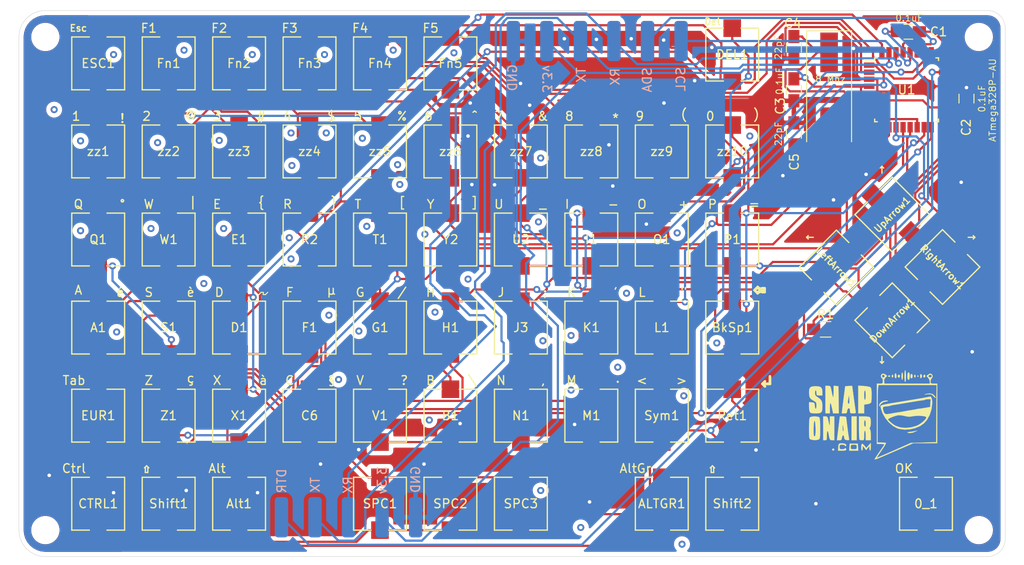
<source format=kicad_pcb>
(kicad_pcb (version 20171130) (host pcbnew "(5.1.0)-1")
  (layers (0 F.Cu signal) (31 B.Cu signal) (34 B.Paste user) (35 F.Paste user) (36 B.SilkS user) (37 F.SilkS user) (38 B.Mask user) (39 F.Mask user) (44 Edge.Cuts user))
  (net 0 "")
  (net 1 /R4)
  (net 2 /C2)
  (net 3 /C1)
  (net 4 /R1)
  (net 5 /R3)
  (net 6 /R5)
  (net 7 /C6)
  (net 8 /C10)
  (net 9 /R2)
  (net 10 /DTR)
  (net 11 /Reset)
  (net 12 GND)
  (net 13 "Net-(C2-Pad1)")
  (net 14 +3V3)
  (net 15 "Net-(C4-Pad1)")
  (net 16 "Net-(C5-Pad2)")
  (net 17 /C4)
  (net 18 /C3)
  (net 19 /C8)
  (net 20 /C9)
  (net 21 /C5)
  (net 22 /C7)
  (net 23 /TX)
  (net 24 /RX)
  (net 25 /SCL)
  (net 26 /SDA)
  (net 27 /R6)
  (module 18650:SOA_Soldermask (layer B.Cu) (at 185 139 180)
    (fp_text reference G*** hide)
    (fp_text value LOGO hide)
  )
  (module 18650:SOALogo2 (layer F.Cu) (at 185 138)
    (fp_text reference G*** hide)
    (fp_text value LOGO hide)
  )
  (module 18650:SW_TP1003 (layer F.Cu) (at 105 102)
    (fp_text reference Fn1 (at 0 -4) (layer F.SilkS))
    (fp_text value SW_Push_45deg hide)
    (pad 1 smd rect (at 0 -7) (size 2 2) (layers F.Cu F.Paste F.Mask) (net 21 /C5))
    (pad 2 smd rect (at 0 -1) (size 2 2) (layers F.Cu F.Paste F.Mask) (net 6 /R5))
  )
  (module 18650:SW_TP1003 (layer F.Cu) (at 169 101)
    (fp_text reference DEL1 (at 0 -4) (layer F.SilkS))
    (fp_text value SW_Push_45deg hide)
    (pad 1 smd rect (at 0 -7) (size 2 2) (layers F.Cu F.Paste F.Mask) (net 7 /C6))
    (pad 2 smd rect (at 0 -1) (size 2 2) (layers F.Cu F.Paste F.Mask) (net 6 /R5))
  )
  (module Capacitors_SMD:C_0805_HandSoldering (layer F.Cu) (at 189 94.4)
    (fp_text reference C1 (at 3.4304 0.0118) (layer F.SilkS))
    (fp_text value 0.1uF (at 0.0903 -1.5503) (layer F.SilkS) (effects (font (size 0.75 0.75) (thickness 0.1))))
    (pad 1 smd rect (at -1.25 0) (size 1.5 1.25) (layers F.Cu F.Paste F.Mask) (net 10 /DTR))
    (pad 2 smd rect (at 1.25 0) (size 1.5 1.25) (layers F.Cu F.Paste F.Mask) (net 11 /Reset))
  )
  (module Capacitors_SMD:C_0805_HandSoldering (layer F.Cu) (at 176 106 270)
    (fp_text reference C5 (at 3.1946 -0.0474 270) (layer F.SilkS))
    (fp_text value 22pF (at 0 1.75 270) (layer F.SilkS) (effects (font (size 0.75 0.75) (thickness 0.1))))
    (pad 2 smd rect (at 1.25 0 270) (size 1.5 1.25) (layers F.Cu F.Paste F.Mask) (net 16 "Net-(C5-Pad2)"))
    (pad 1 smd rect (at -1.25 0 270) (size 1.5 1.25) (layers F.Cu F.Paste F.Mask) (net 12 GND))
  )
  (module Capacitors_SMD:C_0805_HandSoldering (layer F.Cu) (at 176 101 90)
    (fp_text reference C3 (at -1.8446 -1.5528 90) (layer F.SilkS))
    (fp_text value 0.1uF (at 0.9875 -1.629 90) (layer F.SilkS) (effects (font (size 0.75 0.75) (thickness 0.1))))
    (pad 2 smd rect (at 1.25 0 90) (size 1.5 1.25) (layers F.Cu F.Paste F.Mask) (net 14 +3V3))
    (pad 1 smd rect (at -1.25 0 90) (size 1.5 1.25) (layers F.Cu F.Paste F.Mask) (net 12 GND))
  )
  (module Capacitors_SMD:C_0805_HandSoldering (layer F.Cu) (at 176 96.2 270)
    (fp_text reference C4 (at -2.7407 0.1177) (layer F.SilkS))
    (fp_text value 22pF (at 0 1.75 270) (layer F.SilkS) (effects (font (size 0.75 0.75) (thickness 0.1))))
    (pad 1 smd rect (at -1.25 0 270) (size 1.5 1.25) (layers F.Cu F.Paste F.Mask) (net 15 "Net-(C4-Pad1)"))
    (pad 2 smd rect (at 1.25 0 270) (size 1.5 1.25) (layers F.Cu F.Paste F.Mask) (net 12 GND))
  )
  (module Capacitors_SMD:C_0805_HandSoldering (layer F.Cu) (at 195.6 102 90)
    (fp_text reference C2 (at -3.2703 -0.0327 90) (layer F.SilkS))
    (fp_text value 0.1uF (at 0 1.75 90) (layer F.SilkS) (effects (font (size 0.75 0.75) (thickness 0.1))))
    (pad 2 smd rect (at 1.25 0 90) (size 1.5 1.25) (layers F.Cu F.Paste F.Mask) (net 12 GND))
    (pad 1 smd rect (at -1.25 0 90) (size 1.5 1.25) (layers F.Cu F.Paste F.Mask) (net 13 "Net-(C2-Pad1)"))
  )
  (module Resistors_SMD:R_0805_HandSoldering (layer F.Cu) (at 179.6 128.2)
    (fp_text reference R1 (at 0 -1.7) (layer F.SilkS))
    (fp_text value 10k)
    (pad 2 smd rect (at 1.35 0) (size 1.5 1.3) (layers F.Cu F.Paste F.Mask) (net 11 /Reset))
    (pad 1 smd rect (at -1.35 0) (size 1.5 1.3) (layers F.Cu F.Paste F.Mask) (net 14 +3V3))
  )
  (module Housings_QFP:LQFP-32_7x7mm_Pitch0.8mm (layer F.Cu) (at 188.8 101)
    (fp_text reference U1 (at 0 0.0031) (layer F.SilkS))
    (fp_text value ATmega328P-AU (at 9.7645 1.1715 90) (layer F.SilkS) (effects (font (size 0.75 0.75) (thickness 0.1))))
    (pad 32 smd rect (at -2.8 -4.25 90) (size 1.2 0.6) (layers F.Cu F.Paste F.Mask) (net 3 /C1))
    (pad 31 smd rect (at -2 -4.25 90) (size 1.2 0.6) (layers F.Cu F.Paste F.Mask) (net 23 /TX))
    (pad 30 smd rect (at -1.2 -4.25 90) (size 1.2 0.6) (layers F.Cu F.Paste F.Mask) (net 24 /RX))
    (pad 29 smd rect (at -0.4 -4.25 90) (size 1.2 0.6) (layers F.Cu F.Paste F.Mask) (net 11 /Reset))
    (pad 28 smd rect (at 0.4 -4.25 90) (size 1.2 0.6) (layers F.Cu F.Paste F.Mask) (net 25 /SCL))
    (pad 27 smd rect (at 1.2 -4.25 90) (size 1.2 0.6) (layers F.Cu F.Paste F.Mask) (net 26 /SDA))
    (pad 26 smd rect (at 2 -4.25 90) (size 1.2 0.6) (layers F.Cu F.Paste F.Mask) (net 27 /R6))
    (pad 25 smd rect (at 2.8 -4.25 90) (size 1.2 0.6) (layers F.Cu F.Paste F.Mask) (net 6 /R5))
    (pad 24 smd rect (at 4.25 -2.8) (size 1.2 0.6) (layers F.Cu F.Paste F.Mask) (net 1 /R4))
    (pad 23 smd rect (at 4.25 -2) (size 1.2 0.6) (layers F.Cu F.Paste F.Mask) (net 5 /R3))
    (pad 22 smd rect (at 4.25 -1.2) (size 1.2 0.6) (layers F.Cu F.Paste F.Mask))
    (pad 21 smd rect (at 4.25 -0.4) (size 1.2 0.6) (layers F.Cu F.Paste F.Mask) (net 12 GND))
    (pad 20 smd rect (at 4.25 0.4) (size 1.2 0.6) (layers F.Cu F.Paste F.Mask) (net 13 "Net-(C2-Pad1)"))
    (pad 19 smd rect (at 4.25 1.2) (size 1.2 0.6) (layers F.Cu F.Paste F.Mask))
    (pad 18 smd rect (at 4.25 2) (size 1.2 0.6) (layers F.Cu F.Paste F.Mask) (net 14 +3V3))
    (pad 17 smd rect (at 4.25 2.8) (size 1.2 0.6) (layers F.Cu F.Paste F.Mask) (net 9 /R2))
    (pad 16 smd rect (at 2.8 4.25 90) (size 1.2 0.6) (layers F.Cu F.Paste F.Mask) (net 4 /R1))
    (pad 15 smd rect (at 2 4.25 90) (size 1.2 0.6) (layers F.Cu F.Paste F.Mask) (net 8 /C10))
    (pad 14 smd rect (at 1.2 4.25 90) (size 1.2 0.6) (layers F.Cu F.Paste F.Mask) (net 20 /C9))
    (pad 13 smd rect (at 0.4 4.25 90) (size 1.2 0.6) (layers F.Cu F.Paste F.Mask) (net 19 /C8))
    (pad 12 smd rect (at -0.4 4.25 90) (size 1.2 0.6) (layers F.Cu F.Paste F.Mask) (net 22 /C7))
    (pad 11 smd rect (at -1.2 4.25 90) (size 1.2 0.6) (layers F.Cu F.Paste F.Mask) (net 7 /C6))
    (pad 10 smd rect (at -2 4.25 90) (size 1.2 0.6) (layers F.Cu F.Paste F.Mask) (net 21 /C5))
    (pad 9 smd rect (at -2.8 4.25 90) (size 1.2 0.6) (layers F.Cu F.Paste F.Mask) (net 17 /C4))
    (pad 8 smd rect (at -4.25 2.8) (size 1.2 0.6) (layers F.Cu F.Paste F.Mask) (net 16 "Net-(C5-Pad2)"))
    (pad 7 smd rect (at -4.25 2) (size 1.2 0.6) (layers F.Cu F.Paste F.Mask) (net 15 "Net-(C4-Pad1)"))
    (pad 6 smd rect (at -4.25 1.2) (size 1.2 0.6) (layers F.Cu F.Paste F.Mask) (net 14 +3V3))
    (pad 5 smd rect (at -4.25 0.4) (size 1.2 0.6) (layers F.Cu F.Paste F.Mask) (net 12 GND))
    (pad 4 smd rect (at -4.25 -0.4) (size 1.2 0.6) (layers F.Cu F.Paste F.Mask) (net 14 +3V3))
    (pad 3 smd rect (at -4.25 -1.2) (size 1.2 0.6) (layers F.Cu F.Paste F.Mask) (net 12 GND))
    (pad 2 smd rect (at -4.25 -2) (size 1.2 0.6) (layers F.Cu F.Paste F.Mask) (net 18 /C3))
    (pad 1 smd rect (at -4.25 -2.8) (size 1.2 0.6) (layers F.Cu F.Paste F.Mask) (net 2 /C2))
  )
  (module 18650:SW_TP1003 (layer F.Cu) (at 191 152)
    (fp_text reference 0_1 (at 0 -4) (layer F.SilkS))
    (fp_text value SW_Push_45deg hide)
    (pad 2 smd rect (at 0 -1) (size 2 2) (layers F.Cu F.Paste F.Mask) (net 1 /R4))
    (pad 1 smd rect (at 0 -7) (size 2 2) (layers F.Cu F.Paste F.Mask) (net 2 /C2))
  )
  (module 18650:SW_TP1003 (layer F.Cu) (at 97 132)
    (fp_text reference A1 (at 0 -4) (layer F.SilkS))
    (fp_text value SW_Push_45deg hide)
    (pad 1 smd rect (at 0 -7) (size 2 2) (layers F.Cu F.Paste F.Mask) (net 3 /C1))
    (pad 2 smd rect (at 0 -1) (size 2 2) (layers F.Cu F.Paste F.Mask) (net 4 /R1))
  )
  (module 18650:SW_TP1003 (layer F.Cu) (at 113 152)
    (fp_text reference Alt1 (at 0 -4) (layer F.SilkS))
    (fp_text value SW_Push_45deg hide)
    (pad 1 smd rect (at 0 -7) (size 2 2) (layers F.Cu F.Paste F.Mask) (net 3 /C1))
    (pad 2 smd rect (at 0 -1) (size 2 2) (layers F.Cu F.Paste F.Mask) (net 5 /R3))
  )
  (module 18650:SW_TP1003 (layer F.Cu) (at 161 152)
    (fp_text reference ALTGR1 (at 0 -4) (layer F.SilkS))
    (fp_text value SW_Push_45deg hide)
    (pad 2 smd rect (at 0 -1) (size 2 2) (layers F.Cu F.Paste F.Mask) (net 6 /R5))
    (pad 1 smd rect (at 0 -7) (size 2 2) (layers F.Cu F.Paste F.Mask) (net 2 /C2))
  )
  (module 18650:SW_TP1003 (layer F.Cu) (at 137 142)
    (fp_text reference B1 (at 0 -4) (layer F.SilkS))
    (fp_text value SW_Push_45deg hide)
    (pad 1 smd rect (at 0 -7) (size 2 2) (layers F.Cu F.Paste F.Mask) (net 7 /C6))
    (pad 2 smd rect (at 0 -1) (size 2 2) (layers F.Cu F.Paste F.Mask) (net 5 /R3))
  )
  (module 18650:SW_TP1003 (layer F.Cu) (at 169 132)
    (fp_text reference BkSp1 (at 0 -4) (layer F.SilkS))
    (fp_text value SW_Push_45deg hide)
    (pad 1 smd rect (at 0 -7) (size 2 2) (layers F.Cu F.Paste F.Mask) (net 8 /C10))
    (pad 2 smd rect (at 0 -1) (size 2 2) (layers F.Cu F.Paste F.Mask) (net 9 /R2))
  )
  (module 18650:SW_TP1003 (layer F.Cu) (at 121 142)
    (fp_text reference C6 (at 0 -4) (layer F.SilkS))
    (fp_text value SW_Push_45deg hide)
    (pad 2 smd rect (at 0 -1) (size 2 2) (layers F.Cu F.Paste F.Mask) (net 5 /R3))
    (pad 1 smd rect (at 0 -7) (size 2 2) (layers F.Cu F.Paste F.Mask) (net 17 /C4))
  )
  (module 18650:SW_TP1003 (layer F.Cu) (at 97 152)
    (fp_text reference CTRL1 (at 0 -4) (layer F.SilkS))
    (fp_text value SW_Push_45deg hide)
    (pad 1 smd rect (at 0 -7) (size 2 2) (layers F.Cu F.Paste F.Mask) (net 3 /C1))
    (pad 2 smd rect (at 0 -1) (size 2 2) (layers F.Cu F.Paste F.Mask) (net 6 /R5))
  )
  (module 18650:SW_TP1003 (layer F.Cu) (at 113 132)
    (fp_text reference D1 (at 0 -4) (layer F.SilkS))
    (fp_text value SW_Push_45deg hide)
    (pad 1 smd rect (at 0 -7) (size 2 2) (layers F.Cu F.Paste F.Mask) (net 18 /C3))
    (pad 2 smd rect (at 0 -1) (size 2 2) (layers F.Cu F.Paste F.Mask) (net 9 /R2))
  )
  (module 18650:SW_TP1003 (layer F.Cu) (at 190 130 45)
    (fp_text reference DownArrow1 (at 0 -4 45) (layer F.SilkS) (effects (font (size 0.75 0.75))))
    (fp_text value SW_Push_45deg hide)
    (pad 2 smd rect (at 0 -1 45) (size 2 2) (layers F.Cu F.Paste F.Mask) (net 1 /R4))
    (pad 1 smd rect (at 0 -7 45) (size 2 2) (layers F.Cu F.Paste F.Mask) (net 19 /C8))
  )
  (module 18650:SW_TP1003 (layer F.Cu) (at 113 122)
    (fp_text reference E1 (at 0 -4) (layer F.SilkS))
    (fp_text value SW_Push_45deg hide)
    (pad 1 smd rect (at 0 -7) (size 2 2) (layers F.Cu F.Paste F.Mask) (net 18 /C3))
    (pad 2 smd rect (at 0 -1) (size 2 2) (layers F.Cu F.Paste F.Mask) (net 4 /R1))
  )
  (module 18650:SW_TP1003 (layer F.Cu) (at 97 102)
    (fp_text reference ESC1 (at 0 -4) (layer F.SilkS))
    (fp_text value SW_Push_45deg hide)
    (pad 1 smd rect (at 0 -7) (size 2 2) (layers F.Cu F.Paste F.Mask) (net 18 /C3))
    (pad 2 smd rect (at 0 -1) (size 2 2) (layers F.Cu F.Paste F.Mask) (net 6 /R5))
  )
  (module 18650:SW_TP1003 (layer F.Cu) (at 97 142)
    (fp_text reference EUR1 (at 0 -4) (layer F.SilkS))
    (fp_text value SW_Push_45deg hide)
    (pad 2 smd rect (at 0 -1) (size 2 2) (layers F.Cu F.Paste F.Mask) (net 5 /R3))
    (pad 1 smd rect (at 0 -7) (size 2 2) (layers F.Cu F.Paste F.Mask) (net 20 /C9))
  )
  (module 18650:SW_TP1003 (layer F.Cu) (at 121 132)
    (fp_text reference F1 (at 0 -4) (layer F.SilkS))
    (fp_text value SW_Push_45deg hide)
    (pad 2 smd rect (at 0 -1) (size 2 2) (layers F.Cu F.Paste F.Mask) (net 9 /R2))
    (pad 1 smd rect (at 0 -7) (size 2 2) (layers F.Cu F.Paste F.Mask) (net 17 /C4))
  )
  (module 18650:SW_TP1003 (layer F.Cu) (at 113 102)
    (fp_text reference Fn2 (at 0 -4) (layer F.SilkS))
    (fp_text value SW_Push_45deg hide)
    (pad 2 smd rect (at 0 -1) (size 2 2) (layers F.Cu F.Paste F.Mask) (net 6 /R5))
    (pad 1 smd rect (at 0 -7) (size 2 2) (layers F.Cu F.Paste F.Mask) (net 22 /C7))
  )
  (module 18650:SW_TP1003 (layer F.Cu) (at 121 102)
    (fp_text reference Fn3 (at 0 -4) (layer F.SilkS))
    (fp_text value SW_Push_45deg hide)
    (pad 1 smd rect (at 0 -7) (size 2 2) (layers F.Cu F.Paste F.Mask) (net 19 /C8))
    (pad 2 smd rect (at 0 -1) (size 2 2) (layers F.Cu F.Paste F.Mask) (net 6 /R5))
  )
  (module 18650:SW_TP1003 (layer F.Cu) (at 129 102)
    (fp_text reference Fn4 (at 0 -4) (layer F.SilkS))
    (fp_text value SW_Push_45deg hide)
    (pad 2 smd rect (at 0 -1) (size 2 2) (layers F.Cu F.Paste F.Mask) (net 6 /R5))
    (pad 1 smd rect (at 0 -7) (size 2 2) (layers F.Cu F.Paste F.Mask) (net 20 /C9))
  )
  (module 18650:SW_TP1003 (layer F.Cu) (at 137 102)
    (fp_text reference Fn5 (at 0 -4) (layer F.SilkS))
    (fp_text value SW_Push_45deg hide)
    (pad 1 smd rect (at 0 -7) (size 2 2) (layers F.Cu F.Paste F.Mask) (net 8 /C10))
    (pad 2 smd rect (at 0 -1) (size 2 2) (layers F.Cu F.Paste F.Mask) (net 6 /R5))
  )
  (module 18650:SW_TP1003 (layer F.Cu) (at 129 132)
    (fp_text reference G1 (at 0 -4) (layer F.SilkS))
    (fp_text value SW_Push_45deg hide)
    (pad 1 smd rect (at 0 -7) (size 2 2) (layers F.Cu F.Paste F.Mask) (net 21 /C5))
    (pad 2 smd rect (at 0 -1) (size 2 2) (layers F.Cu F.Paste F.Mask) (net 9 /R2))
  )
  (module 18650:SW_TP1003 (layer F.Cu) (at 137 132)
    (fp_text reference H1 (at 0 -4) (layer F.SilkS))
    (fp_text value SW_Push_45deg hide)
    (pad 1 smd rect (at 0 -7) (size 2 2) (layers F.Cu F.Paste F.Mask) (net 7 /C6))
    (pad 2 smd rect (at 0 -1) (size 2 2) (layers F.Cu F.Paste F.Mask) (net 9 /R2))
  )
  (module 18650:SW_TP1003 (layer F.Cu) (at 153 122)
    (fp_text reference I1 (at 0 -4) (layer F.SilkS))
    (fp_text value SW_Push_45deg hide)
    (pad 1 smd rect (at 0 -7) (size 2 2) (layers F.Cu F.Paste F.Mask) (net 19 /C8))
    (pad 2 smd rect (at 0 -1) (size 2 2) (layers F.Cu F.Paste F.Mask) (net 4 /R1))
  )
  (module 4pads:4prog (layer B.Cu) (at 114 147)
    (fp_text reference J1 hide)
    (fp_text value AT328P-ProgPins)
    (pad 1 smd roundrect (at 3.81 2.54) (size 1.524 4.572) (layers B.Cu B.Paste B.Mask) (net 10 /DTR))
    (pad 2 smd roundrect (at 7.62 2.54) (size 1.524 4.572) (layers B.Cu B.Paste B.Mask) (net 23 /TX))
    (pad 3 smd roundrect (at 11.43 2.54) (size 1.524 4.572) (layers B.Cu B.Paste B.Mask) (net 24 /RX))
    (pad 4 smd roundrect (at 15.24 2.54) (size 1.524 4.572) (layers B.Cu B.Paste B.Mask) (net 14 +3V3))
    (pad 5 smd roundrect (at 19.05 2.54) (size 1.524 4.572) (layers B.Cu B.Paste B.Mask) (net 12 GND))
  )
  (module 4pads:6prog (layer B.Cu) (at 167 98 180)
    (fp_text reference J2 hide)
    (fp_text value ComClav)
    (pad 1 smd roundrect (at 3.81 2.54 180) (size 1.524 4.572) (layers B.Cu B.Paste B.Mask) (net 25 /SCL))
    (pad 2 smd roundrect (at 7.62 2.54 180) (size 1.524 4.572) (layers B.Cu B.Paste B.Mask) (net 26 /SDA))
    (pad 3 smd roundrect (at 11.43 2.54 180) (size 1.524 4.572) (layers B.Cu B.Paste B.Mask) (net 24 /RX))
    (pad 4 smd roundrect (at 15.24 2.54 180) (size 1.524 4.572) (layers B.Cu B.Paste B.Mask) (net 23 /TX))
    (pad 5 smd roundrect (at 19.05 2.54 180) (size 1.524 4.572) (layers B.Cu B.Paste B.Mask) (net 14 +3V3))
    (pad 6 smd roundrect (at 22.86 2.54 180) (size 1.524 4.572) (layers B.Cu B.Paste B.Mask) (net 12 GND))
  )
  (module 18650:SW_TP1003 (layer F.Cu) (at 145 132)
    (fp_text reference J3 (at 0 -4) (layer F.SilkS))
    (fp_text value SW_Push_45deg hide)
    (pad 2 smd rect (at 0 -1) (size 2 2) (layers F.Cu F.Paste F.Mask) (net 9 /R2))
    (pad 1 smd rect (at 0 -7) (size 2 2) (layers F.Cu F.Paste F.Mask) (net 22 /C7))
  )
  (module 18650:SW_TP1003 (layer F.Cu) (at 153 132)
    (fp_text reference K1 (at 0 -4) (layer F.SilkS))
    (fp_text value SW_Push_45deg hide)
    (pad 1 smd rect (at 0 -7) (size 2 2) (layers F.Cu F.Paste F.Mask) (net 19 /C8))
    (pad 2 smd rect (at 0 -1) (size 2 2) (layers F.Cu F.Paste F.Mask) (net 9 /R2))
  )
  (module 18650:SW_TP1003 (layer F.Cu) (at 161 132)
    (fp_text reference L1 (at 0 -4) (layer F.SilkS))
    (fp_text value SW_Push_45deg hide)
    (pad 2 smd rect (at 0 -1) (size 2 2) (layers F.Cu F.Paste F.Mask) (net 9 /R2))
    (pad 1 smd rect (at 0 -7) (size 2 2) (layers F.Cu F.Paste F.Mask) (net 20 /C9))
  )
  (module 18650:SW_TP1003 (layer F.Cu) (at 178 124 315)
    (fp_text reference LeftArrow1 (at 0 -4 315) (layer F.SilkS) (effects (font (size 0.75 0.75))))
    (fp_text value SW_Push_45deg hide)
    (pad 2 smd rect (at 0 -1 315) (size 2 2) (layers F.Cu F.Paste F.Mask) (net 1 /R4))
    (pad 1 smd rect (at 0 -7 315) (size 2 2) (layers F.Cu F.Paste F.Mask) (net 21 /C5))
  )
  (module 18650:SW_TP1003 (layer F.Cu) (at 153 142)
    (fp_text reference M1 (at 0 -4) (layer F.SilkS))
    (fp_text value SW_Push_45deg hide)
    (pad 1 smd rect (at 0 -7) (size 2 2) (layers F.Cu F.Paste F.Mask) (net 19 /C8))
    (pad 2 smd rect (at 0 -1) (size 2 2) (layers F.Cu F.Paste F.Mask) (net 5 /R3))
  )
  (module 18650:SW_TP1003 (layer F.Cu) (at 145 142)
    (fp_text reference N1 (at 0 -4) (layer F.SilkS))
    (fp_text value SW_Push_45deg hide)
    (pad 2 smd rect (at 0 -1) (size 2 2) (layers F.Cu F.Paste F.Mask) (net 5 /R3))
    (pad 1 smd rect (at 0 -7) (size 2 2) (layers F.Cu F.Paste F.Mask) (net 22 /C7))
  )
  (module 18650:SW_TP1003 (layer F.Cu) (at 161 122)
    (fp_text reference O1 (at 0 -4) (layer F.SilkS))
    (fp_text value SW_Push_45deg hide)
    (pad 2 smd rect (at 0 -1) (size 2 2) (layers F.Cu F.Paste F.Mask) (net 4 /R1))
    (pad 1 smd rect (at 0 -7) (size 2 2) (layers F.Cu F.Paste F.Mask) (net 20 /C9))
  )
  (module 18650:SW_TP1003 (layer F.Cu) (at 169 122)
    (fp_text reference P1 (at 0 -4) (layer F.SilkS))
    (fp_text value SW_Push_45deg hide)
    (pad 2 smd rect (at 0 -1) (size 2 2) (layers F.Cu F.Paste F.Mask) (net 4 /R1))
    (pad 1 smd rect (at 0 -7) (size 2 2) (layers F.Cu F.Paste F.Mask) (net 8 /C10))
  )
  (module 18650:SW_TP1003 (layer F.Cu) (at 97 122)
    (fp_text reference Q1 (at 0 -4) (layer F.SilkS))
    (fp_text value SW_Push_45deg hide)
    (pad 1 smd rect (at 0 -7) (size 2 2) (layers F.Cu F.Paste F.Mask) (net 3 /C1))
    (pad 2 smd rect (at 0 -1) (size 2 2) (layers F.Cu F.Paste F.Mask) (net 9 /R2))
  )
  (module 18650:SW_TP1003 (layer F.Cu) (at 121 122)
    (fp_text reference R2 (at 0 -4) (layer F.SilkS))
    (fp_text value SW_Push_45deg hide)
    (pad 2 smd rect (at 0 -1) (size 2 2) (layers F.Cu F.Paste F.Mask) (net 4 /R1))
    (pad 1 smd rect (at 0 -7) (size 2 2) (layers F.Cu F.Paste F.Mask) (net 17 /C4))
  )
  (module 18650:SW_TP1003 (layer F.Cu) (at 169 142)
    (fp_text reference Ret1 (at 0 -4) (layer F.SilkS))
    (fp_text value SW_Push_45deg hide)
    (pad 2 smd rect (at 0 -1) (size 2 2) (layers F.Cu F.Paste F.Mask) (net 5 /R3))
    (pad 1 smd rect (at 0 -7) (size 2 2) (layers F.Cu F.Paste F.Mask) (net 8 /C10))
  )
  (module 18650:SW_TP1003 (layer F.Cu) (at 190.05 123.95 315)
    (fp_text reference RightArrow1 (at 0 -4 315) (layer F.SilkS) (effects (font (size 0.75 0.75))))
    (fp_text value SW_Push_45deg hide)
    (pad 2 smd rect (at 0 -1 315) (size 2 2) (layers F.Cu F.Paste F.Mask) (net 1 /R4))
    (pad 1 smd rect (at 0 -7 315) (size 2 2) (layers F.Cu F.Paste F.Mask) (net 7 /C6))
  )
  (module 18650:SW_TP1003 (layer F.Cu) (at 105 132)
    (fp_text reference S1 (at 0 -4) (layer F.SilkS))
    (fp_text value SW_Push_45deg hide)
    (pad 2 smd rect (at 0 -1) (size 2 2) (layers F.Cu F.Paste F.Mask) (net 9 /R2))
    (pad 1 smd rect (at 0 -7) (size 2 2) (layers F.Cu F.Paste F.Mask) (net 2 /C2))
  )
  (module 18650:SW_TP1003 (layer F.Cu) (at 105 152)
    (fp_text reference Shift1 (at 0 -4) (layer F.SilkS))
    (fp_text value SW_Push_45deg hide)
    (pad 2 smd rect (at 0 -1) (size 2 2) (layers F.Cu F.Paste F.Mask) (net 1 /R4))
    (pad 1 smd rect (at 0 -7) (size 2 2) (layers F.Cu F.Paste F.Mask) (net 3 /C1))
  )
  (module 18650:SW_TP1003 (layer F.Cu) (at 169 152)
    (fp_text reference Shift2 (at 0 -4) (layer F.SilkS))
    (fp_text value SW_Push_45deg hide)
    (pad 1 smd rect (at 0 -7) (size 2 2) (layers F.Cu F.Paste F.Mask) (net 8 /C10))
    (pad 2 smd rect (at 0 -1) (size 2 2) (layers F.Cu F.Paste F.Mask) (net 1 /R4))
  )
  (module 18650:SW_TP1003 (layer F.Cu) (at 129 152)
    (fp_text reference SPC1 (at 0 -4) (layer F.SilkS))
    (fp_text value SW_Push_45deg hide)
    (pad 1 smd rect (at 0 -7) (size 2 2) (layers F.Cu F.Paste F.Mask) (net 18 /C3))
    (pad 2 smd rect (at 0 -1) (size 2 2) (layers F.Cu F.Paste F.Mask) (net 1 /R4))
  )
  (module 18650:SW_TP1003 (layer F.Cu) (at 137 152)
    (fp_text reference SPC2 (at 0 -4) (layer F.SilkS))
    (fp_text value SW_Push_45deg hide)
    (pad 2 smd rect (at 0 -1) (size 2 2) (layers F.Cu F.Paste F.Mask) (net 1 /R4))
    (pad 1 smd rect (at 0 -7) (size 2 2) (layers F.Cu F.Paste F.Mask) (net 18 /C3))
  )
  (module 18650:SW_TP1003 (layer F.Cu) (at 145 152)
    (fp_text reference SPC3 (at 0 -4) (layer F.SilkS))
    (fp_text value SW_Push_45deg hide)
    (pad 1 smd rect (at 0 -7) (size 2 2) (layers F.Cu F.Paste F.Mask) (net 18 /C3))
    (pad 2 smd rect (at 0 -1) (size 2 2) (layers F.Cu F.Paste F.Mask) (net 1 /R4))
  )
  (module 18650:SW_TP1003 (layer F.Cu) (at 161 142)
    (fp_text reference Sym1 (at 0 -4) (layer F.SilkS))
    (fp_text value SW_Push_45deg hide)
    (pad 1 smd rect (at 0 -7) (size 2 2) (layers F.Cu F.Paste F.Mask) (net 20 /C9))
    (pad 2 smd rect (at 0 -1) (size 2 2) (layers F.Cu F.Paste F.Mask) (net 1 /R4))
  )
  (module 18650:SW_TP1003 (layer F.Cu) (at 129 122)
    (fp_text reference T1 (at 0 -4) (layer F.SilkS))
    (fp_text value SW_Push_45deg hide)
    (pad 2 smd rect (at 0 -1) (size 2 2) (layers F.Cu F.Paste F.Mask) (net 4 /R1))
    (pad 1 smd rect (at 0 -7) (size 2 2) (layers F.Cu F.Paste F.Mask) (net 21 /C5))
  )
  (module 18650:SW_TP1003 (layer F.Cu) (at 145 122)
    (fp_text reference U2 (at 0 -4) (layer F.SilkS))
    (fp_text value SW_Push_45deg hide)
    (pad 1 smd rect (at 0 -7) (size 2 2) (layers F.Cu F.Paste F.Mask) (net 22 /C7))
    (pad 2 smd rect (at 0 -1) (size 2 2) (layers F.Cu F.Paste F.Mask) (net 4 /R1))
  )
  (module 18650:SW_TP1003 (layer F.Cu) (at 190 118 45)
    (fp_text reference UpArrow1 (at 0 -4 45) (layer F.SilkS) (effects (font (size 0.75 0.75))))
    (fp_text value SW_Push_45deg hide)
    (pad 1 smd rect (at 0 -7 45) (size 2 2) (layers F.Cu F.Paste F.Mask) (net 22 /C7))
    (pad 2 smd rect (at 0 -1 45) (size 2 2) (layers F.Cu F.Paste F.Mask) (net 1 /R4))
  )
  (module 18650:SW_TP1003 (layer F.Cu) (at 129 142)
    (fp_text reference V1 (at 0 -4) (layer F.SilkS))
    (fp_text value SW_Push_45deg hide)
    (pad 1 smd rect (at 0 -7) (size 2 2) (layers F.Cu F.Paste F.Mask) (net 21 /C5))
    (pad 2 smd rect (at 0 -1) (size 2 2) (layers F.Cu F.Paste F.Mask) (net 5 /R3))
  )
  (module 18650:SW_TP1003 (layer F.Cu) (at 105 122)
    (fp_text reference W1 (at 0 -4) (layer F.SilkS))
    (fp_text value SW_Push_45deg hide)
    (pad 2 smd rect (at 0 -1) (size 2 2) (layers F.Cu F.Paste F.Mask) (net 5 /R3))
    (pad 1 smd rect (at 0 -7) (size 2 2) (layers F.Cu F.Paste F.Mask) (net 2 /C2))
  )
  (module 18650:SW_TP1003 (layer F.Cu) (at 113 142)
    (fp_text reference X1 (at 0 -4) (layer F.SilkS))
    (fp_text value SW_Push_45deg hide)
    (pad 1 smd rect (at 0 -7) (size 2 2) (layers F.Cu F.Paste F.Mask) (net 18 /C3))
    (pad 2 smd rect (at 0 -1) (size 2 2) (layers F.Cu F.Paste F.Mask) (net 5 /R3))
  )
  (module Crystals:Crystal_SMD_HC49-SD (layer F.Cu) (at 180 101 270)
    (fp_text reference "8 Mhz" (at -1.2161 -0.1495) (layer F.SilkS) (effects (font (size 0.75 0.75) (thickness 0.1))))
    (fp_text value 8mhz hide)
    (pad 2 smd rect (at 4.25 0 270) (size 4.5 2) (layers F.Cu F.Paste F.Mask) (net 16 "Net-(C5-Pad2)"))
    (pad 1 smd rect (at -4.25 0 270) (size 4.5 2) (layers F.Cu F.Paste F.Mask) (net 15 "Net-(C4-Pad1)"))
  )
  (module 18650:SW_TP1003 (layer F.Cu) (at 137 122)
    (fp_text reference Y2 (at 0 -4) (layer F.SilkS))
    (fp_text value SW_Push_45deg hide)
    (pad 2 smd rect (at 0 -1) (size 2 2) (layers F.Cu F.Paste F.Mask) (net 4 /R1))
    (pad 1 smd rect (at 0 -7) (size 2 2) (layers F.Cu F.Paste F.Mask) (net 7 /C6))
  )
  (module 18650:SW_TP1003 (layer F.Cu) (at 105 142)
    (fp_text reference Z1 (at 0 -4) (layer F.SilkS))
    (fp_text value SW_Push_45deg hide)
    (pad 2 smd rect (at 0 -1) (size 2 2) (layers F.Cu F.Paste F.Mask) (net 4 /R1))
    (pad 1 smd rect (at 0 -7) (size 2 2) (layers F.Cu F.Paste F.Mask) (net 2 /C2))
  )
  (module 18650:SW_TP1003 (layer F.Cu) (at 97 112)
    (fp_text reference zz1 (at 0 -4) (layer F.SilkS))
    (fp_text value SW_Push_45deg hide)
    (pad 2 smd rect (at 0 -1) (size 2 2) (layers F.Cu F.Paste F.Mask) (net 27 /R6))
    (pad 1 smd rect (at 0 -7) (size 2 2) (layers F.Cu F.Paste F.Mask) (net 3 /C1))
  )
  (module 18650:SW_TP1003 (layer F.Cu) (at 105 112)
    (fp_text reference zz2 (at 0 -4) (layer F.SilkS))
    (fp_text value SW_Push_45deg hide)
    (pad 2 smd rect (at 0 -1) (size 2 2) (layers F.Cu F.Paste F.Mask) (net 27 /R6))
    (pad 1 smd rect (at 0 -7) (size 2 2) (layers F.Cu F.Paste F.Mask) (net 2 /C2))
  )
  (module 18650:SW_TP1003 (layer F.Cu) (at 113 112)
    (fp_text reference zz3 (at 0 -4) (layer F.SilkS))
    (fp_text value SW_Push_45deg hide)
    (pad 2 smd rect (at 0 -1) (size 2 2) (layers F.Cu F.Paste F.Mask) (net 27 /R6))
    (pad 1 smd rect (at 0 -7) (size 2 2) (layers F.Cu F.Paste F.Mask) (net 18 /C3))
  )
  (module 18650:SW_TP1003 (layer F.Cu) (at 121 112)
    (fp_text reference zz4 (at 0 -4) (layer F.SilkS))
    (fp_text value SW_Push_45deg hide)
    (pad 1 smd rect (at 0 -7) (size 2 2) (layers F.Cu F.Paste F.Mask) (net 17 /C4))
    (pad 2 smd rect (at 0 -1) (size 2 2) (layers F.Cu F.Paste F.Mask) (net 27 /R6))
  )
  (module 18650:SW_TP1003 (layer F.Cu) (at 129 112)
    (fp_text reference zz5 (at 0 -4) (layer F.SilkS))
    (fp_text value SW_Push_45deg hide)
    (pad 2 smd rect (at 0 -1) (size 2 2) (layers F.Cu F.Paste F.Mask) (net 27 /R6))
    (pad 1 smd rect (at 0 -7) (size 2 2) (layers F.Cu F.Paste F.Mask) (net 21 /C5))
  )
  (module 18650:SW_TP1003 (layer F.Cu) (at 137 112)
    (fp_text reference zz6 (at 0 -4) (layer F.SilkS))
    (fp_text value SW_Push_45deg hide)
    (pad 1 smd rect (at 0 -7) (size 2 2) (layers F.Cu F.Paste F.Mask) (net 7 /C6))
    (pad 2 smd rect (at 0 -1) (size 2 2) (layers F.Cu F.Paste F.Mask) (net 27 /R6))
  )
  (module 18650:SW_TP1003 (layer F.Cu) (at 145 112)
    (fp_text reference zz7 (at 0 -4) (layer F.SilkS))
    (fp_text value SW_Push_45deg hide)
    (pad 2 smd rect (at 0 -1) (size 2 2) (layers F.Cu F.Paste F.Mask) (net 27 /R6))
    (pad 1 smd rect (at 0 -7) (size 2 2) (layers F.Cu F.Paste F.Mask) (net 22 /C7))
  )
  (module 18650:SW_TP1003 (layer F.Cu) (at 153 112)
    (fp_text reference zz8 (at 0 -4) (layer F.SilkS))
    (fp_text value SW_Push_45deg hide)
    (pad 1 smd rect (at 0 -7) (size 2 2) (layers F.Cu F.Paste F.Mask) (net 19 /C8))
    (pad 2 smd rect (at 0 -1) (size 2 2) (layers F.Cu F.Paste F.Mask) (net 27 /R6))
  )
  (module 18650:SW_TP1003 (layer F.Cu) (at 161 112)
    (fp_text reference zz9 (at 0 -4) (layer F.SilkS))
    (fp_text value SW_Push_45deg hide)
    (pad 2 smd rect (at 0 -1) (size 2 2) (layers F.Cu F.Paste F.Mask) (net 27 /R6))
    (pad 1 smd rect (at 0 -7) (size 2 2) (layers F.Cu F.Paste F.Mask) (net 20 /C9))
  )
  (module 18650:SW_TP1003 (layer F.Cu) (at 169 112)
    (fp_text reference zz10 (at 0 -4) (layer F.SilkS))
    (fp_text value SW_Push_45deg hide)
    (pad 1 smd rect (at 0 -7) (size 2 2) (layers F.Cu F.Paste F.Mask) (net 8 /C10))
    (pad 2 smd rect (at 0 -1) (size 2 2) (layers F.Cu F.Paste F.Mask) (net 27 /R6))
  )
  (module Mounting_Holes:MountingHole_2.2mm_M2_ISO7380 (layer F.Cu) (at 197 151)
    (fp_text reference H2 hide)
    (fp_text value MountingHole)
    (pad 1 np_thru_hole circle (at 0 0) (size 2.2 2.2) (drill 2.2) (layers *.Cu *.Mask))
  )
  (module Mounting_Holes:MountingHole_2.2mm_M2_ISO7380 (layer F.Cu) (at 91 95)
    (fp_text reference H3 hide)
    (fp_text value MountingHole)
    (pad 1 np_thru_hole circle (at 0 0) (size 2.2 2.2) (drill 2.2) (layers *.Cu *.Mask))
  )
  (module Mounting_Holes:MountingHole_2.2mm_M2_ISO7380 (layer F.Cu) (at 197 95)
    (fp_text reference H4 hide)
    (fp_text value MountingHole hide)
    (pad 1 np_thru_hole circle (at 0 0) (size 2.2 2.2) (drill 2.2) (layers *.Cu *.Mask))
  )
  (module Mounting_Holes:MountingHole_2.2mm_M2_ISO7380 (layer F.Cu) (at 91 151)
    (fp_text reference H5 hide)
    (fp_text value MountingHole)
    (pad 1 np_thru_hole circle (at 0 0) (size 2.2 2.2) (drill 2.2) (layers *.Cu *.Mask))
  )
  (gr_text GND (at 133.0452 145.2499 90) (layer B.SilkS) (effects (font (size 1 1)) (justify mirror)))
  (gr_text 3.3v (at 129.2479 145.3515 90) (layer B.SilkS) (effects (font (size 1 1)) (justify mirror)))
  (gr_text RX (at 125.3617 145.8722 90) (layer B.SilkS) (effects (font (size 1 1)) (justify mirror)))
  (gr_text TX (at 121.6533 145.8468 90) (layer B.SilkS) (effects (font (size 1 1)) (justify mirror)))
  (gr_text DTR (at 117.8433 145.415 90) (layer B.SilkS) (effects (font (size 1 1)) (justify mirror)))
  (gr_text SCL (at 163.1569 99.7839 90) (layer B.SilkS) (effects (font (size 1 1)) (justify mirror)))
  (gr_text SDA (at 159.3469 99.8728 90) (layer B.SilkS) (effects (font (size 1 1)) (justify mirror)))
  (gr_text RX (at 155.702 99.5172 90) (layer B.SilkS) (effects (font (size 1 1)) (justify mirror)))
  (gr_text TX (at 151.8539 99.314 90) (layer B.SilkS) (effects (font (size 1 1)) (justify mirror)))
  (gr_text GND (at 144.0561 99.6315 90) (layer B.SilkS) (effects (font (size 1 1)) (justify mirror)))
  (gr_text 3.3v (at 147.955 99.7712 270) (layer B.SilkS) (effects (font (size 1 1)) (justify mirror)))
  (gr_text ↑ (at 196.25 117.75 270) (layer F.SilkS) (effects (font (size 1 1))))
  (gr_text ↑ (at 177.75 117.75 90) (layer F.SilkS) (effects (font (size 1 1))))
  (gr_text ↑ (at 186 131.75 180) (layer F.SilkS) (effects (font (size 1 1))))
  (gr_text ↑ (at 186 110) (layer F.SilkS) (effects (font (size 1 1))))
  (gr_text OK (at 188.5 144) (layer F.SilkS) (effects (font (size 1 1))))
  (gr_text AltGr (at 158 144) (layer F.SilkS) (effects (font (size 1 1))))
  (gr_text Alt (at 110.5 144) (layer F.SilkS) (effects (font (size 1 1))))
  (gr_text ⇧ (at 166.75 144) (layer F.SilkS) (effects (font (size 1 1))))
  (gr_text ⇧ (at 102.5 144) (layer F.SilkS) (effects (font (size 1 1))))
  (gr_text Ctrl (at 94.25 144) (layer F.SilkS) (effects (font (size 1 1))))
  (gr_text > (at 163.25 134) (layer F.SilkS) (effects (font (size 1 1))))
  (gr_text < (at 158.75 134) (layer F.SilkS) (effects (font (size 1 1))))
  (gr_text . (at 156 133.75) (layer F.SilkS) (effects (font (size 1 1))))
  (gr_text M (at 150.75 134) (layer F.SilkS) (effects (font (size 1 1))))
  (gr_text , (at 147.5 134) (layer F.SilkS) (effects (font (size 1 1))))
  (gr_text N (at 142.75 134) (layer F.SilkS) (effects (font (size 1 1))))
  (gr_text \ (at 139.5 134) (layer F.SilkS) (effects (font (size 1 1))))
  (gr_text B (at 134.75 134) (layer F.SilkS) (effects (font (size 1 1))))
  (gr_text ? (at 131.75 134) (layer F.SilkS) (effects (font (size 1 1))))
  (gr_text V (at 126.75 134) (layer F.SilkS) (effects (font (size 1 1))))
  (gr_text § (at 123.5 134) (layer F.SilkS) (effects (font (size 1 1))))
  (gr_text C (at 118.75 134) (layer F.SilkS) (effects (font (size 1 1))))
  (gr_text à (at 115.75 134) (layer F.SilkS) (effects (font (size 1 1))))
  (gr_text X (at 110.5 134) (layer F.SilkS) (effects (font (size 1 1))))
  (gr_text ç (at 107.5 133.75) (layer F.SilkS) (effects (font (size 1 1))))
  (gr_text Z (at 102.75 134) (layer F.SilkS) (effects (font (size 1 1))))
  (gr_text Tab (at 94.25 134) (layer F.SilkS) (effects (font (size 1 1))))
  (gr_text ↲ (at 173 134) (layer F.SilkS) (effects (font (size 1.5 1.5) (thickness 0.3))))
  (gr_text ⇪ (at 172 123.75 90) (layer F.SilkS) (effects (font (size 1.5 1.5) (thickness 0.3))))
  (gr_text "\"" (at 163.5 124) (layer F.SilkS) (effects (font (size 1 1))))
  (gr_text L (at 158.75 124) (layer F.SilkS) (effects (font (size 1 1))))
  (gr_text ' (at 155.75 124) (layer F.SilkS) (effects (font (size 1 1))))
  (gr_text K (at 150.75 124) (layer F.SilkS) (effects (font (size 1 1))))
  (gr_text ; (at 147.75 124) (layer F.SilkS) (effects (font (size 1 1))))
  (gr_text J (at 142.75 124) (layer F.SilkS) (effects (font (size 1 1))))
  (gr_text : (at 139.75 124) (layer F.SilkS) (effects (font (size 1 1))))
  (gr_text H (at 134.75 124) (layer F.SilkS) (effects (font (size 1 1))))
  (gr_text / (at 131.5 124) (layer F.SilkS) (effects (font (size 1 1))))
  (gr_text G (at 126.75 124) (layer F.SilkS) (effects (font (size 1 1))))
  (gr_text µ (at 123.5 123.75) (layer F.SilkS) (effects (font (size 1 1))))
  (gr_text F (at 118.75 124) (layer F.SilkS) (effects (font (size 1 1))))
  (gr_line (start 116 124.25) (end 116.25 124) (layer F.SilkS) (width 0.12))
  (gr_line (start 115.75 124.25) (end 116 124.25) (layer F.SilkS) (width 0.12))
  (gr_line (start 115.75 124) (end 115.75 124.25) (layer F.SilkS) (width 0.12))
  (gr_line (start 115.5 124) (end 115.75 124) (layer F.SilkS) (width 0.12))
  (gr_line (start 115.25 124.25) (end 115.5 124) (layer F.SilkS) (width 0.12))
  (gr_text D (at 110.75 124) (layer F.SilkS) (effects (font (size 1 1))))
  (gr_text è (at 107.5 124) (layer F.SilkS) (effects (font (size 1 1))))
  (gr_text S (at 102.75 124) (layer F.SilkS) (effects (font (size 1 1))))
  (gr_text é (at 99.5 124) (layer F.SilkS) (effects (font (size 1 1))))
  (gr_text A (at 94.75 123.75) (layer F.SilkS) (effects (font (size 1 1))))
  (gr_text = (at 171.5 114) (layer F.SilkS) (effects (font (size 1 1))))
  (gr_text P (at 166.75 114) (layer F.SilkS) (effects (font (size 1 1))))
  (gr_text + (at 163.5 114) (layer F.SilkS) (effects (font (size 1 1))))
  (gr_text O (at 158.75 114) (layer F.SilkS) (effects (font (size 1 1))))
  (gr_text - (at 155.5 114) (layer F.SilkS) (effects (font (size 1 1))))
  (gr_text I (at 150.25 114) (layer F.SilkS) (effects (font (size 1 1))))
  (gr_text _ (at 147.5 114) (layer F.SilkS) (effects (font (size 1 1))))
  (gr_text U (at 142.5 114) (layer F.SilkS) (effects (font (size 1 1))))
  (gr_text ] (at 139.75 113.75) (layer F.SilkS) (effects (font (size 1 1))))
  (gr_text Y (at 134.75 114) (layer F.SilkS) (effects (font (size 1 1))))
  (gr_text [ (at 131.5 113.75) (layer F.SilkS) (effects (font (size 1 1))))
  (gr_text T (at 126.5 114) (layer F.SilkS) (effects (font (size 1 1))))
  (gr_text } (at 123.75 113.75) (layer F.SilkS) (effects (font (size 1 1))))
  (gr_text R (at 118.5 114) (layer F.SilkS) (effects (font (size 1 1))))
  (gr_text { (at 115.5 113.75) (layer F.SilkS) (effects (font (size 1 1))))
  (gr_text E (at 110.5 114) (layer F.SilkS) (effects (font (size 1 1))))
  (gr_text | (at 107.75 113.75) (layer F.SilkS) (effects (font (size 1 1))))
  (gr_text W (at 102.75 114) (layer F.SilkS) (effects (font (size 1 1))))
  (gr_text ° (at 99.75 114) (layer F.SilkS) (effects (font (size 1 1))))
  (gr_text Q (at 94.75 114) (layer F.SilkS) (effects (font (size 1 1))))
  (gr_text ")" (at 171.75 103.75) (layer F.SilkS) (effects (font (size 1 1))))
  (gr_text 0 (at 166.5 104) (layer F.SilkS) (effects (font (size 1 1))))
  (gr_text "(" (at 163.5 103.75) (layer F.SilkS) (effects (font (size 1 1))))
  (gr_text 9 (at 158.5 104) (layer F.SilkS) (effects (font (size 1 1))))
  (gr_text * (at 155.75 104.25) (layer F.SilkS) (effects (font (size 1 1))))
  (gr_text 8 (at 150.5 104) (layer F.SilkS) (effects (font (size 1 1))))
  (gr_text & (at 147.5 104) (layer F.SilkS) (effects (font (size 1 1))))
  (gr_text 7 (at 142.5 104) (layer F.SilkS) (effects (font (size 1 1))))
  (gr_text Del (at 166.75 93.25) (layer F.SilkS) (effects (font (size 0.75 0.75))))
  (gr_text F5 (at 134.75 94) (layer F.SilkS) (effects (font (size 1 1))))
  (gr_text F4 (at 126.75 94) (layer F.SilkS) (effects (font (size 1 1))))
  (gr_text F3 (at 118.75 94) (layer F.SilkS) (effects (font (size 1 1))))
  (gr_text F2 (at 110.75 94) (layer F.SilkS) (effects (font (size 1 1))))
  (gr_text F1 (at 102.75 94) (layer F.SilkS) (effects (font (size 1 1))))
  (gr_text Esc (at 94.75 94) (layer F.SilkS) (effects (font (size 0.75 0.75))))
  (gr_text ^ (at 139.75 104) (layer F.SilkS) (effects (font (size 1 1))))
  (gr_text 6 (at 134.5 104) (layer F.SilkS) (effects (font (size 1 1))))
  (gr_text % (at 131.5 104) (layer F.SilkS) (effects (font (size 1 1))))
  (gr_text 5 (at 126.5 104) (layer F.SilkS) (effects (font (size 1 1))))
  (gr_text $ (at 123.5 104) (layer F.SilkS) (effects (font (size 1 1))))
  (gr_text 4 (at 118.5 104) (layer F.SilkS) (effects (font (size 1 1))))
  (gr_text "#" (at 115.5 104) (layer F.SilkS) (effects (font (size 1 1))))
  (gr_text 3 (at 110.5 104) (layer F.SilkS) (effects (font (size 1 1))))
  (gr_text @ (at 107.5 103.75) (layer F.SilkS) (effects (font (size 1 1))))
  (gr_text 2 (at 102.5 104) (layer F.SilkS) (effects (font (size 1 1))))
  (gr_text ! (at 99.75 104.25) (layer F.SilkS) (effects (font (size 1 1))))
  (gr_text 1 (at 94.5 104) (layer F.SilkS) (effects (font (size 1 1))))
  (gr_arc (start 91 95) (end 91 92) (angle -90) (layer Edge.Cuts) (width 0.05))
  (gr_arc (start 91 151) (end 88 151) (angle -90) (layer Edge.Cuts) (width 0.05))
  (gr_line (start 92 154) (end 91 154) (layer Edge.Cuts) (width 0.05))
  (gr_line (start 88 95) (end 88 151) (layer Edge.Cuts) (width 0.05))
  (gr_line (start 92 92) (end 91 92) (layer Edge.Cuts) (width 0.05))
  (gr_line (start 94 154) (end 92 154) (layer Edge.Cuts) (width 0.05))
  (gr_line (start 94 92) (end 92 92) (layer Edge.Cuts) (width 0.05))
  (gr_arc (start 198 152) (end 198 154) (angle -90) (layer Edge.Cuts) (width 0.05))
  (gr_arc (start 198 94) (end 200 94) (angle -90) (layer Edge.Cuts) (width 0.05))
  (gr_line (start 198 154) (end 94 154) (layer Edge.Cuts) (width 0.05))
  (gr_line (start 200 94) (end 200 152) (layer Edge.Cuts) (width 0.05))
  (gr_line (start 172 92) (end 198 92) (layer Edge.Cuts) (width 0.05))
  (gr_line (start 94 92) (end 172 92) (layer Edge.Cuts) (width 0.05))
  (via (at 92 103.25) (size 0.8) (drill 0.4) (layers F.Cu B.Cu) (net 0))
  (via (at 139.25 102.5) (size 0.8) (drill 0.4) (layers F.Cu B.Cu) (net 12))
  (via (at 139 122.5) (size 0.8) (drill 0.4) (layers F.Cu B.Cu) (net 0))
  (via (at 109 123) (size 0.8) (drill 0.4) (layers F.Cu B.Cu) (net 0))
  (via (at 122.25 143.5) (size 0.8) (drill 0.4) (layers F.Cu B.Cu) (net 12))
  (via (at 161.25 102.5) (size 0.8) (drill 0.4) (layers F.Cu B.Cu) (net 12))
  (via (at 156 132.5) (size 0.8) (drill 0.4) (layers F.Cu B.Cu) (net 0))
  (via (at 178.5 148) (size 0.8) (drill 0.4) (layers F.Cu B.Cu) (net 12))
  (via (at 196.25 130.75) (size 0.8) (drill 0.4) (layers F.Cu B.Cu) (net 12))
  (via (at 195 111.5) (size 0.8) (drill 0.4) (layers F.Cu B.Cu) (net 12))
  (via (at 157 124.1) (size 0.8) (drill 0.4) (layers F.Cu B.Cu) (net 0))
  (via (at 131.25 111.75) (size 0.8) (drill 0.4) (layers F.Cu B.Cu) (net 0))
  (via (at 98.75 97) (size 0.8) (drill 0.4) (layers F.Cu B.Cu) (net 0))
  (via (at 106.75 96.5) (size 0.8) (drill 0.4) (layers F.Cu B.Cu) (net 0))
  (via (at 114.5 97) (size 0.8) (drill 0.4) (layers F.Cu B.Cu) (net 0))
  (via (at 122.7 97) (size 0.8) (drill 0.4) (layers F.Cu B.Cu) (net 0))
  (via (at 130.5 96.5) (size 0.8) (drill 0.4) (layers F.Cu B.Cu) (net 0))
  (via (at 137.4 96.8) (size 0.8) (drill 0.4) (layers F.Cu B.Cu) (net 0))
  (via (at 139 106.25) (size 0.8) (drill 0.4) (layers F.Cu B.Cu) (net 12))
  (via (at 131 109.5) (size 0.8) (drill 0.4) (layers F.Cu B.Cu) (net 0))
  (via (at 127 106.5) (size 0.8) (drill 0.4) (layers F.Cu B.Cu) (net 0))
  (via (at 110.75 106.75) (size 0.8) (drill 0.4) (layers F.Cu B.Cu) (net 0))
  (via (at 103.75 107) (size 0.8) (drill 0.4) (layers F.Cu B.Cu) (net 0))
  (via (at 95 106.8) (size 0.8) (drill 0.4) (layers F.Cu B.Cu) (net 0))
  (via (at 95 117) (size 0.8) (drill 0.4) (layers F.Cu B.Cu) (net 0))
  (via (at 103 116.75) (size 0.8) (drill 0.4) (layers F.Cu B.Cu) (net 0))
  (via (at 111.25 116.75) (size 0.8) (drill 0.4) (layers F.Cu B.Cu) (net 0))
  (via (at 127.5 116.5) (size 0.8) (drill 0.4) (layers F.Cu B.Cu) (net 0))
  (via (at 134.1 117.4) (size 0.8) (drill 0.4) (layers F.Cu B.Cu) (net 0))
  (via (at 135.25 126.25) (size 0.8) (drill 0.4) (layers F.Cu B.Cu) (net 0))
  (via (at 126.6 128.4) (size 0.8) (drill 0.4) (layers F.Cu B.Cu) (net 0))
  (via (at 123.2 126.6) (size 0.8) (drill 0.4) (layers F.Cu B.Cu) (net 0))
  (via (at 99.1 128.5) (size 0.8) (drill 0.4) (layers F.Cu B.Cu) (net 0))
  (via (at 124.3 133.9) (size 0.8) (drill 0.4) (layers F.Cu B.Cu) (net 0))
  (via (at 115.1 146.75) (size 0.8) (drill 0.4) (layers F.Cu B.Cu) (net 12))
  (via (at 107 146.5) (size 0.8) (drill 0.4) (layers F.Cu B.Cu) (net 12))
  (via (at 98.75 146.75) (size 0.8) (drill 0.4) (layers F.Cu B.Cu) (net 12))
  (via (at 147.25 146.5) (size 0.8) (drill 0.4) (layers F.Cu B.Cu) (net 0))
  (via (at 147.5 129.5) (size 0.8) (drill 0.4) (layers F.Cu B.Cu) (net 0))
  (via (at 147.25 108.75) (size 0.8) (drill 0.4) (layers F.Cu B.Cu) (net 0))
  (via (at 147 116) (size 0.8) (drill 0.4) (layers F.Cu B.Cu) (net 0))
  (via (at 150.7 128.9) (size 0.8) (drill 0.4) (layers F.Cu B.Cu) (net 0))
  (via (at 150.7 135.1) (size 0.8) (drill 0.4) (layers F.Cu B.Cu) (net 0))
  (via (at 155 107.25) (size 0.8) (drill 0.4) (layers F.Cu B.Cu) (net 12))
  (via (at 162.75 117.25) (size 0.8) (drill 0.4) (layers F.Cu B.Cu) (net 0))
  (via (at 159.25 116.25) (size 0.8) (drill 0.4) (layers F.Cu B.Cu) (net 12))
  (via (at 163.5 135.75) (size 0.8) (drill 0.4) (layers F.Cu B.Cu) (net 0))
  (via (at 167.25 129.75) (size 0.8) (drill 0.4) (layers F.Cu B.Cu) (net 0))
  (via (at 171 106.25) (size 0.8) (drill 0.4) (layers F.Cu B.Cu) (net 0))
  (via (at 134.6 138.5) (size 0.8) (drill 0.4) (layers F.Cu B.Cu) (net 0))
  (via (at 151.8 150.7) (size 0.8) (drill 0.4) (layers F.Cu B.Cu) (net 0))
  (via (at 163.3 152.6) (size 0.8) (drill 0.4) (layers F.Cu B.Cu) (net 0))
  (via (at 171.7 141.9) (size 0.8) (drill 0.4) (layers F.Cu B.Cu) (net 12))
  (via (at 118.7 117.8) (size 0.8) (drill 0.4) (layers F.Cu B.Cu) (net 0))
  (via (at 118.9 120.2) (size 0.8) (drill 0.4) (layers F.Cu B.Cu) (net 0))
  (via (at 118.9 105.9) (size 0.8) (drill 0.4) (layers F.Cu B.Cu) (net 0))
  (via (at 122.9 105.9) (size 0.8) (drill 0.4) (layers F.Cu B.Cu) (net 0))
  (via (at 119 109.6) (size 0.8) (drill 0.4) (layers F.Cu B.Cu) (net 0))
  (via (at 161.2138 95.3516) (size 0.8) (drill 0.4) (layers F.Cu B.Cu) (net 12))
  (via (at 157.5308 95.1992) (size 0.8) (drill 0.4) (layers F.Cu B.Cu) (net 12))
  (via (at 149.9362 95.1992) (size 0.8) (drill 0.4) (layers F.Cu B.Cu) (net 12))
  (via (at 153.5811 95.2754) (size 0.8) (drill 0.4) (layers F.Cu B.Cu) (net 12))
  (segment (start 118.35 143.5) (end 115.1 146.75) (width 0.25) (layer F.Cu) (net 12))
  (segment (start 122.25 143.5) (end 118.35 143.5) (width 0.25) (layer F.Cu) (net 12))
  (segment (start 107.25 146.75) (end 107 146.5) (width 0.25) (layer B.Cu) (net 12))
  (segment (start 115.1 146.75) (end 107.25 146.75) (width 0.25) (layer B.Cu) (net 12))
  (segment (start 99 146.5) (end 98.75 146.75) (width 0.25) (layer B.Cu) (net 12))
  (segment (start 107 146.5) (end 99 146.5) (width 0.25) (layer B.Cu) (net 12))
  (segment (start 98.75 146.75) (end 94.68 146.75) (width 0.25) (layer B.Cu) (net 12))
  (via (at 91.44 144.78) (size 0.8) (drill 0.4) (layers F.Cu B.Cu) (net 12))
  (segment (start 93.41 146.75) (end 91.44 144.78) (width 0.25) (layer B.Cu) (net 12))
  (segment (start 93.41 148.02) (end 93.41 146.75) (width 0.25) (layer B.Cu) (net 12))
  (segment (start 94.68 146.75) (end 93.41 148.02) (width 0.25) (layer B.Cu) (net 12))
  (segment (start 193.05 98.2) (end 194.8992 98.2) (width 0.25) (layer F.Cu) (net 1))
  (segment (start 194.8992 98.2) (end 196.5593 99.8601) (width 0.25) (layer F.Cu) (net 1))
  (segment (start 196.5593 99.8601) (end 196.5593 105.9628) (width 0.25) (layer F.Cu) (net 1))
  (segment (start 196.5593 105.9628) (end 189.7819 112.7402) (width 0.25) (layer F.Cu) (net 1))
  (segment (start 189.7819 112.7402) (end 189.7819 113.341) (width 0.25) (layer F.Cu) (net 1))
  (segment (start 189.7819 113.341) (end 190.2299 113.789) (width 0.25) (layer F.Cu) (net 1))
  (segment (start 190.2299 113.789) (end 190.23 113.789) (width 0.25) (layer F.Cu) (net 1))
  (segment (start 190.23 113.789) (end 190.23 116.3558) (width 0.25) (layer F.Cu) (net 1))
  (segment (start 137 151) (end 145 151) (width 0.25) (layer F.Cu) (net 1))
  (segment (start 129 151) (end 137 151) (width 0.25) (layer F.Cu) (net 1))
  (segment (start 191 151) (end 191 149.6747) (width 0.25) (layer F.Cu) (net 1))
  (segment (start 191 149.6747) (end 192.3254 148.3493) (width 0.25) (layer F.Cu) (net 1))
  (segment (start 192.3254 148.3493) (end 192.3254 132.3254) (width 0.25) (layer F.Cu) (net 1))
  (segment (start 192.3254 132.3254) (end 189.2929 129.2929) (width 0.25) (layer F.Cu) (net 1))
  (segment (start 169 151) (end 191 151) (width 0.25) (layer F.Cu) (net 1))
  (segment (start 179.787 129.2203) (end 177.3636 129.2203) (width 0.25) (layer F.Cu) (net 1))
  (segment (start 177.3636 129.2203) (end 177.1457 129.0024) (width 0.25) (layer F.Cu) (net 1))
  (segment (start 177.1457 129.0024) (end 177.1457 124.8543) (width 0.25) (layer F.Cu) (net 1))
  (segment (start 177.1457 124.8543) (end 178.7071 123.2929) (width 0.25) (layer F.Cu) (net 1))
  (segment (start 188.3558 128.3558) (end 187.4913 129.2203) (width 0.25) (layer F.Cu) (net 1))
  (segment (start 187.4913 129.2203) (end 179.787 129.2203) (width 0.25) (layer F.Cu) (net 1))
  (segment (start 179.787 129.2203) (end 179.787 127.4118) (width 0.25) (layer F.Cu) (net 1))
  (segment (start 179.787 127.4118) (end 179.9741 127.2247) (width 0.25) (layer F.Cu) (net 1))
  (segment (start 179.9741 127.2247) (end 183.6199 127.2247) (width 0.25) (layer F.Cu) (net 1))
  (segment (start 183.6199 127.2247) (end 184.1448 127.7496) (width 0.25) (layer F.Cu) (net 1))
  (segment (start 184.1448 127.7496) (end 186.2504 127.7496) (width 0.25) (layer F.Cu) (net 1))
  (segment (start 186.2504 127.7496) (end 190.5229 123.4771) (width 0.25) (layer F.Cu) (net 1))
  (segment (start 189.2929 129.2929) (end 188.3558 128.3558) (width 0.25) (layer F.Cu) (net 1))
  (segment (start 189.2929 117.2929) (end 190.23 116.3558) (width 0.25) (layer F.Cu) (net 1))
  (segment (start 189.2929 117.2929) (end 190.23 118.23) (width 0.25) (layer F.Cu) (net 1))
  (segment (start 190.5229 123.4771) (end 190.23 123.1842) (width 0.25) (layer F.Cu) (net 1))
  (segment (start 190.23 123.1842) (end 190.23 118.23) (width 0.25) (layer F.Cu) (net 1))
  (segment (start 159.6551 149.1847) (end 159.6551 143.6702) (width 0.25) (layer F.Cu) (net 1))
  (segment (start 159.6551 143.6702) (end 161 142.3253) (width 0.25) (layer F.Cu) (net 1))
  (segment (start 146.3253 151) (end 148.1406 149.1847) (width 0.25) (layer F.Cu) (net 1))
  (segment (start 148.1406 149.1847) (end 159.6551 149.1847) (width 0.25) (layer F.Cu) (net 1))
  (segment (start 167.6747 151) (end 165.8594 149.1847) (width 0.25) (layer F.Cu) (net 1))
  (segment (start 165.8594 149.1847) (end 159.6551 149.1847) (width 0.25) (layer F.Cu) (net 1))
  (segment (start 161 141) (end 161 142.3253) (width 0.25) (layer F.Cu) (net 1))
  (segment (start 145 151) (end 146.3253 151) (width 0.25) (layer F.Cu) (net 1))
  (segment (start 169 151) (end 167.6747 151) (width 0.25) (layer F.Cu) (net 1))
  (segment (start 190.7571 123.2429) (end 190.5229 123.4771) (width 0.25) (layer F.Cu) (net 1))
  (segment (start 129 151) (end 127.6747 151) (width 0.25) (layer F.Cu) (net 1))
  (segment (start 105 151) (end 106.3253 151) (width 0.25) (layer F.Cu) (net 1))
  (segment (start 106.3253 151) (end 107.6506 152.3253) (width 0.25) (layer F.Cu) (net 1))
  (segment (start 107.6506 152.3253) (end 126.3494 152.3253) (width 0.25) (layer F.Cu) (net 1))
  (segment (start 126.3494 152.3253) (end 127.6747 151) (width 0.25) (layer F.Cu) (net 1))
  (segment (start 107.9138 135) (end 107.9138 140.582) (width 0.25) (layer F.Cu) (net 2))
  (segment (start 107.9138 140.582) (end 106.1704 142.3254) (width 0.25) (layer F.Cu) (net 2))
  (segment (start 106.1704 142.3254) (end 101.1736 142.3254) (width 0.25) (layer F.Cu) (net 2))
  (segment (start 101.1736 142.3254) (end 95.2243 136.3761) (width 0.25) (layer F.Cu) (net 2))
  (segment (start 95.2243 136.3761) (end 95.2243 130.3156) (width 0.25) (layer F.Cu) (net 2))
  (segment (start 95.2243 130.3156) (end 100.5503 124.9896) (width 0.25) (layer F.Cu) (net 2))
  (segment (start 100.5503 124.9896) (end 105 124.9896) (width 0.25) (layer F.Cu) (net 2))
  (segment (start 166.4664 145) (end 168.5369 142.9295) (width 0.25) (layer F.Cu) (net 2))
  (segment (start 168.5369 142.9295) (end 169.564 142.9295) (width 0.25) (layer F.Cu) (net 2))
  (segment (start 169.564 142.9295) (end 170.3253 142.1682) (width 0.25) (layer F.Cu) (net 2))
  (segment (start 170.3253 142.1682) (end 170.3253 139.8595) (width 0.25) (layer F.Cu) (net 2))
  (segment (start 170.3253 139.8595) (end 168.1732 137.7074) (width 0.25) (layer F.Cu) (net 2))
  (segment (start 168.1732 137.7074) (end 165.4885 137.7074) (width 0.25) (layer F.Cu) (net 2))
  (segment (start 184.55 98.2) (end 185.1879 98.2) (width 0.25) (layer F.Cu) (net 2))
  (segment (start 185.1879 98.2) (end 186.2025 99.2146) (width 0.25) (layer F.Cu) (net 2))
  (segment (start 186.2025 99.2146) (end 186.2025 100.4513) (width 0.25) (layer F.Cu) (net 2))
  (segment (start 107.9138 135) (end 109.7162 133.1976) (width 0.25) (layer F.Cu) (net 2))
  (segment (start 109.7162 133.1976) (end 114.7441 133.1976) (width 0.25) (layer F.Cu) (net 2))
  (segment (start 114.7441 133.1976) (end 119.2539 137.7074) (width 0.25) (layer F.Cu) (net 2))
  (segment (start 119.2539 137.7074) (end 165.4885 137.7074) (width 0.25) (layer F.Cu) (net 2))
  (segment (start 106.3253 135) (end 107.9138 135) (width 0.25) (layer F.Cu) (net 2))
  (segment (start 105 124.9896) (end 105 124.9171) (width 0.25) (layer F.Cu) (net 2))
  (segment (start 105 125) (end 105 124.9896) (width 0.25) (layer F.Cu) (net 2))
  (segment (start 105 115) (end 103.6747 115) (width 0.25) (layer F.Cu) (net 2))
  (segment (start 105 105) (end 99.8348 105) (width 0.25) (layer F.Cu) (net 2))
  (segment (start 99.8348 105) (end 95.2115 109.6233) (width 0.25) (layer F.Cu) (net 2))
  (segment (start 95.2115 109.6233) (end 95.2115 112.3364) (width 0.25) (layer F.Cu) (net 2))
  (segment (start 95.2115 112.3364) (end 95.7286 112.8535) (width 0.25) (layer F.Cu) (net 2))
  (segment (start 95.7286 112.8535) (end 101.5282 112.8535) (width 0.25) (layer F.Cu) (net 2))
  (segment (start 101.5282 112.8535) (end 103.6747 115) (width 0.25) (layer F.Cu) (net 2))
  (segment (start 105 124.9171) (end 106.3253 123.5918) (width 0.25) (layer F.Cu) (net 2))
  (segment (start 106.3253 123.5918) (end 106.3253 117.6506) (width 0.25) (layer F.Cu) (net 2))
  (segment (start 106.3253 117.6506) (end 105 116.3253) (width 0.25) (layer F.Cu) (net 2))
  (segment (start 105 115) (end 105 116.3253) (width 0.25) (layer F.Cu) (net 2))
  (segment (start 166.4664 145) (end 167.7917 146.3253) (width 0.25) (layer F.Cu) (net 2))
  (segment (start 167.7917 146.3253) (end 173.6272 146.3253) (width 0.25) (layer F.Cu) (net 2))
  (segment (start 173.6272 146.3253) (end 174.9525 145) (width 0.25) (layer F.Cu) (net 2))
  (segment (start 174.9525 145) (end 189.6747 145) (width 0.25) (layer F.Cu) (net 2))
  (segment (start 162.3253 145) (end 166.4664 145) (width 0.25) (layer F.Cu) (net 2))
  (segment (start 191 145) (end 189.6747 145) (width 0.25) (layer F.Cu) (net 2))
  (segment (start 105 135) (end 106.3253 135) (width 0.25) (layer F.Cu) (net 2))
  (segment (start 161 145) (end 162.3253 145) (width 0.25) (layer F.Cu) (net 2))
  (via (at 186.2025 100.4513) (size 0.8) (layers F.Cu B.Cu) (net 2))
  (via (at 165.4885 137.7074) (size 0.8) (layers F.Cu B.Cu) (net 2))
  (segment (start 165.4885 128.4115) (end 165.4885 137.7074) (width 0.25) (layer B.Cu) (net 2))
  (segment (start 167.975001 125.924999) (end 165.4885 128.4115) (width 0.25) (layer B.Cu) (net 2))
  (segment (start 167.975001 114.224999) (end 167.975001 125.924999) (width 0.25) (layer B.Cu) (net 2))
  (segment (start 186.2025 100.4513) (end 181.7487 100.4513) (width 0.25) (layer B.Cu) (net 2))
  (segment (start 181.7487 100.4513) (end 167.975001 114.224999) (width 0.25) (layer B.Cu) (net 2))
  (segment (start 97 126.3253) (end 94.2915 129.0338) (width 0.25) (layer F.Cu) (net 3))
  (segment (start 94.2915 129.0338) (end 94.2915 140.9662) (width 0.25) (layer F.Cu) (net 3))
  (segment (start 94.2915 140.9662) (end 97 143.6747) (width 0.25) (layer F.Cu) (net 3))
  (segment (start 186 95.8247) (end 182.6307 92.4554) (width 0.25) (layer F.Cu) (net 3))
  (segment (start 182.6307 92.4554) (end 140.4559 92.4554) (width 0.25) (layer F.Cu) (net 3))
  (segment (start 140.4559 92.4554) (end 140.1315 92.7798) (width 0.25) (layer F.Cu) (net 3))
  (segment (start 97 105) (end 98.3253 105) (width 0.25) (layer F.Cu) (net 3))
  (segment (start 98.3253 105) (end 99.6507 103.6746) (width 0.25) (layer F.Cu) (net 3))
  (segment (start 99.6507 103.6746) (end 107.4032 103.6746) (width 0.25) (layer F.Cu) (net 3))
  (segment (start 107.4032 103.6746) (end 107.6882 103.9596) (width 0.25) (layer F.Cu) (net 3))
  (segment (start 97 105.3313) (end 97 105) (width 0.25) (layer F.Cu) (net 3))
  (segment (start 186 96.75) (end 186 95.8247) (width 0.25) (layer F.Cu) (net 3))
  (segment (start 107.6882 103.9596) (end 128.9517 103.9596) (width 0.25) (layer B.Cu) (net 3))
  (segment (start 128.9517 103.9596) (end 140.1315 92.7798) (width 0.25) (layer B.Cu) (net 3))
  (segment (start 97 105.3313) (end 97 106.3253) (width 0.25) (layer F.Cu) (net 3))
  (segment (start 97 115) (end 97 113.6747) (width 0.25) (layer F.Cu) (net 3))
  (segment (start 97 106.3253) (end 94.6872 108.6381) (width 0.25) (layer F.Cu) (net 3))
  (segment (start 94.6872 108.6381) (end 94.6872 112.449) (width 0.25) (layer F.Cu) (net 3))
  (segment (start 94.6872 112.449) (end 95.9129 113.6747) (width 0.25) (layer F.Cu) (net 3))
  (segment (start 95.9129 113.6747) (end 97 113.6747) (width 0.25) (layer F.Cu) (net 3))
  (segment (start 97 125) (end 97 123.6747) (width 0.25) (layer F.Cu) (net 3))
  (segment (start 97 115) (end 97 116.3253) (width 0.25) (layer F.Cu) (net 3))
  (segment (start 97 116.3253) (end 95.6747 117.6506) (width 0.25) (layer F.Cu) (net 3))
  (segment (start 95.6747 117.6506) (end 95.6747 122.3494) (width 0.25) (layer F.Cu) (net 3))
  (segment (start 95.6747 122.3494) (end 97 123.6747) (width 0.25) (layer F.Cu) (net 3))
  (segment (start 105 145) (end 98.3253 145) (width 0.25) (layer F.Cu) (net 3))
  (segment (start 111.6747 145) (end 105 145) (width 0.25) (layer F.Cu) (net 3))
  (segment (start 97 145) (end 98.3253 145) (width 0.25) (layer F.Cu) (net 3))
  (segment (start 97 145) (end 97 143.6747) (width 0.25) (layer F.Cu) (net 3))
  (segment (start 97 125) (end 97 126.3253) (width 0.25) (layer F.Cu) (net 3))
  (segment (start 113 145) (end 111.6747 145) (width 0.25) (layer F.Cu) (net 3))
  (via (at 140.1315 92.7798) (size 0.8) (layers F.Cu B.Cu) (net 3))
  (via (at 107.6882 103.9596) (size 0.8) (layers F.Cu B.Cu) (net 3))
  (segment (start 191.6 105.25) (end 191.6 106.5203) (width 0.25) (layer F.Cu) (net 4))
  (segment (start 191.6 106.5203) (end 190.0569 108.0634) (width 0.25) (layer F.Cu) (net 4))
  (segment (start 172.1287 121) (end 177.1203 121) (width 0.25) (layer B.Cu) (net 4))
  (segment (start 177.1203 121) (end 190.0569 108.0634) (width 0.25) (layer B.Cu) (net 4))
  (segment (start 172.1287 121) (end 169 121) (width 0.25) (layer F.Cu) (net 4))
  (segment (start 153 121) (end 161 121) (width 0.25) (layer F.Cu) (net 4))
  (segment (start 145 121) (end 153 121) (width 0.25) (layer F.Cu) (net 4))
  (segment (start 103.6747 140.2248) (end 107.1818 140.2248) (width 0.25) (layer F.Cu) (net 4))
  (segment (start 130.9708 122.4789) (end 113.2249 140.2248) (width 0.25) (layer B.Cu) (net 4))
  (segment (start 113.2249 140.2248) (end 107.1818 140.2248) (width 0.25) (layer B.Cu) (net 4))
  (segment (start 137 121) (end 135.6747 121) (width 0.25) (layer F.Cu) (net 4))
  (segment (start 135.6747 121) (end 134.1958 122.4789) (width 0.25) (layer F.Cu) (net 4))
  (segment (start 134.1958 122.4789) (end 130.9708 122.4789) (width 0.25) (layer F.Cu) (net 4))
  (segment (start 145 121) (end 137 121) (width 0.25) (layer F.Cu) (net 4))
  (segment (start 130.3253 121) (end 130.9708 121.6455) (width 0.25) (layer F.Cu) (net 4))
  (segment (start 130.9708 121.6455) (end 130.9708 122.4789) (width 0.25) (layer F.Cu) (net 4))
  (segment (start 97 132.3253) (end 95.6747 133.6506) (width 0.25) (layer F.Cu) (net 4))
  (segment (start 95.6747 133.6506) (end 95.6747 136.1896) (width 0.25) (layer F.Cu) (net 4))
  (segment (start 95.6747 136.1896) (end 99.7099 140.2248) (width 0.25) (layer F.Cu) (net 4))
  (segment (start 99.7099 140.2248) (end 103.6747 140.2248) (width 0.25) (layer F.Cu) (net 4))
  (segment (start 103.6747 141) (end 103.6747 140.2248) (width 0.25) (layer F.Cu) (net 4))
  (segment (start 105 141) (end 103.6747 141) (width 0.25) (layer F.Cu) (net 4))
  (segment (start 129 121) (end 130.3253 121) (width 0.25) (layer F.Cu) (net 4))
  (segment (start 115.3735 124.2179) (end 115.3735 125.1398) (width 0.25) (layer F.Cu) (net 4))
  (segment (start 115.3735 125.1398) (end 113.8693 126.644) (width 0.25) (layer F.Cu) (net 4))
  (segment (start 113.8693 126.644) (end 102.6813 126.644) (width 0.25) (layer F.Cu) (net 4))
  (segment (start 102.6813 126.644) (end 98.3253 131) (width 0.25) (layer F.Cu) (net 4))
  (segment (start 113 122.3253) (end 113.4809 122.3253) (width 0.25) (layer F.Cu) (net 4))
  (segment (start 113.4809 122.3253) (end 115.3735 124.2179) (width 0.25) (layer F.Cu) (net 4))
  (segment (start 121 121.3313) (end 118.2601 121.3313) (width 0.25) (layer F.Cu) (net 4))
  (segment (start 118.2601 121.3313) (end 115.3735 124.2179) (width 0.25) (layer F.Cu) (net 4))
  (segment (start 121 121) (end 121 121.3313) (width 0.25) (layer F.Cu) (net 4))
  (segment (start 97 131) (end 97 132.3253) (width 0.25) (layer F.Cu) (net 4))
  (segment (start 97 131) (end 98.3253 131) (width 0.25) (layer F.Cu) (net 4))
  (segment (start 113 121) (end 113 122.3253) (width 0.25) (layer F.Cu) (net 4))
  (segment (start 161 121) (end 169 121) (width 0.25) (layer F.Cu) (net 4))
  (via (at 130.9708 122.4789) (size 0.8) (layers F.Cu B.Cu) (net 4))
  (via (at 107.1818 140.2248) (size 0.8) (layers F.Cu B.Cu) (net 4))
  (via (at 190.0569 108.0634) (size 0.8) (layers F.Cu B.Cu) (net 4))
  (via (at 172.1287 121) (size 0.8) (layers F.Cu B.Cu) (net 4))
  (segment (start 97 141) (end 97 139.6747) (width 0.25) (layer F.Cu) (net 5))
  (segment (start 105 121) (end 103.6747 121) (width 0.25) (layer F.Cu) (net 5))
  (segment (start 103.6747 121) (end 94.7419 129.9328) (width 0.25) (layer F.Cu) (net 5))
  (segment (start 94.7419 129.9328) (end 94.7419 137.4166) (width 0.25) (layer F.Cu) (net 5))
  (segment (start 94.7419 137.4166) (end 97 139.6747) (width 0.25) (layer F.Cu) (net 5))
  (segment (start 97 141) (end 98.3253 141) (width 0.25) (layer F.Cu) (net 5))
  (segment (start 191.7025 99) (end 191.7025 114.5472) (width 0.25) (layer B.Cu) (net 5))
  (segment (start 191.7025 114.5472) (end 166.575 139.6747) (width 0.25) (layer B.Cu) (net 5))
  (segment (start 154.3253 141) (end 155.6506 139.6747) (width 0.25) (layer F.Cu) (net 5))
  (segment (start 155.6506 139.6747) (end 166.575 139.6747) (width 0.25) (layer F.Cu) (net 5))
  (segment (start 166.575 139.6747) (end 166.575 139.9003) (width 0.25) (layer F.Cu) (net 5))
  (segment (start 166.575 139.9003) (end 167.6747 141) (width 0.25) (layer F.Cu) (net 5))
  (segment (start 193.05 99) (end 191.7025 99) (width 0.25) (layer F.Cu) (net 5))
  (segment (start 169 141) (end 167.6747 141) (width 0.25) (layer F.Cu) (net 5))
  (segment (start 153 141) (end 154.3253 141) (width 0.25) (layer F.Cu) (net 5))
  (segment (start 145 141) (end 153 141) (width 0.25) (layer F.Cu) (net 5))
  (segment (start 98.3253 141) (end 100.1184 142.7931) (width 0.25) (layer F.Cu) (net 5))
  (segment (start 100.1184 142.7931) (end 109.8816 142.7931) (width 0.25) (layer F.Cu) (net 5))
  (segment (start 109.8816 142.7931) (end 111.6747 141) (width 0.25) (layer F.Cu) (net 5))
  (segment (start 137 141) (end 145 141) (width 0.25) (layer F.Cu) (net 5))
  (segment (start 111.6747 141) (end 111.6747 133.799) (width 0.25) (layer F.Cu) (net 5))
  (segment (start 111.6747 133.799) (end 111.8185 133.6552) (width 0.25) (layer F.Cu) (net 5))
  (segment (start 111.8185 133.6552) (end 114.3751 133.6552) (width 0.25) (layer F.Cu) (net 5))
  (segment (start 114.3751 133.6552) (end 119.3124 138.5925) (width 0.25) (layer F.Cu) (net 5))
  (segment (start 119.3124 138.5925) (end 125.2672 138.5925) (width 0.25) (layer F.Cu) (net 5))
  (segment (start 125.2672 138.5925) (end 127.6747 141) (width 0.25) (layer F.Cu) (net 5))
  (segment (start 129 141) (end 127.6747 141) (width 0.25) (layer F.Cu) (net 5))
  (segment (start 114.3508 141) (end 121 141) (width 0.25) (layer F.Cu) (net 5))
  (segment (start 113 141) (end 114.3508 141) (width 0.25) (layer F.Cu) (net 5))
  (segment (start 114.3508 141) (end 114.3508 148.3239) (width 0.25) (layer F.Cu) (net 5))
  (segment (start 114.3508 148.3239) (end 113 149.6747) (width 0.25) (layer F.Cu) (net 5))
  (segment (start 113 151) (end 113 149.6747) (width 0.25) (layer F.Cu) (net 5))
  (segment (start 113 141) (end 111.6747 141) (width 0.25) (layer F.Cu) (net 5))
  (segment (start 137 141) (end 129 141) (width 0.25) (layer F.Cu) (net 5))
  (via (at 191.7025 99) (size 0.8) (layers F.Cu B.Cu) (net 5))
  (via (at 166.575 139.6747) (size 0.8) (layers F.Cu B.Cu) (net 5))
  (segment (start 105 101) (end 103.6747 101) (width 0.25) (layer F.Cu) (net 6))
  (segment (start 97 100.3373) (end 103.012 100.3373) (width 0.25) (layer F.Cu) (net 6))
  (segment (start 103.012 100.3373) (end 103.6747 101) (width 0.25) (layer F.Cu) (net 6))
  (segment (start 97 100.3373) (end 97 99.6747) (width 0.25) (layer F.Cu) (net 6))
  (segment (start 97 101) (end 97 100.3373) (width 0.25) (layer F.Cu) (net 6))
  (segment (start 111.6631 93.6689) (end 111.2132 93.219) (width 0.25) (layer F.Cu) (net 6))
  (segment (start 111.2132 93.219) (end 96.3205 93.219) (width 0.25) (layer F.Cu) (net 6))
  (segment (start 96.3205 93.219) (end 95.6747 93.8648) (width 0.25) (layer F.Cu) (net 6))
  (segment (start 95.6747 93.8648) (end 95.6747 98.3494) (width 0.25) (layer F.Cu) (net 6))
  (segment (start 95.6747 98.3494) (end 97 99.6747) (width 0.25) (layer F.Cu) (net 6))
  (segment (start 111.6631 93.6689) (end 111.6631 98.3378) (width 0.25) (layer F.Cu) (net 6))
  (segment (start 111.6631 98.3378) (end 113 99.6747) (width 0.25) (layer F.Cu) (net 6))
  (segment (start 97 102.3253) (end 93.8412 105.4841) (width 0.25) (layer F.Cu) (net 6))
  (segment (start 93.8412 105.4841) (end 93.8412 146.5159) (width 0.25) (layer F.Cu) (net 6))
  (segment (start 93.8412 146.5159) (end 97 149.6747) (width 0.25) (layer F.Cu) (net 6))
  (segment (start 169 100) (end 170.3253 100) (width 0.25) (layer F.Cu) (net 6))
  (segment (start 170.3253 100) (end 170.5079 100.1826) (width 0.25) (layer F.Cu) (net 6))
  (segment (start 170.5079 100.1826) (end 171.1885 100.1826) (width 0.25) (layer F.Cu) (net 6))
  (segment (start 171.1885 100.1826) (end 171.5624 99.8087) (width 0.25) (layer F.Cu) (net 6))
  (segment (start 171.5624 99.8087) (end 171.5624 96.1439) (width 0.25) (layer F.Cu) (net 6))
  (segment (start 171.5624 96.1439) (end 174.75 92.9563) (width 0.25) (layer F.Cu) (net 6))
  (segment (start 174.75 92.9563) (end 181.3361 92.9563) (width 0.25) (layer F.Cu) (net 6))
  (segment (start 181.3361 92.9563) (end 184.9875 96.6077) (width 0.25) (layer F.Cu) (net 6))
  (segment (start 184.9875 96.6077) (end 184.9875 97.2446) (width 0.25) (layer F.Cu) (net 6))
  (segment (start 184.9875 97.2446) (end 185.4754 97.7325) (width 0.25) (layer F.Cu) (net 6))
  (segment (start 185.4754 97.7325) (end 185.4754 97.8342) (width 0.25) (layer F.Cu) (net 6))
  (segment (start 185.4754 97.8342) (end 187.3692 99.728) (width 0.25) (layer F.Cu) (net 6))
  (segment (start 187.3692 99.728) (end 189.5473 99.728) (width 0.25) (layer F.Cu) (net 6))
  (segment (start 189.5473 99.728) (end 191.6 97.6753) (width 0.25) (layer F.Cu) (net 6))
  (segment (start 113 101) (end 113 99.6747) (width 0.25) (layer F.Cu) (net 6))
  (segment (start 113 101) (end 121 101) (width 0.25) (layer F.Cu) (net 6))
  (segment (start 191.6 96.75) (end 191.6 97.6753) (width 0.25) (layer F.Cu) (net 6))
  (segment (start 97 151) (end 98.3253 151) (width 0.25) (layer F.Cu) (net 6))
  (segment (start 161 151) (end 159.6747 151) (width 0.25) (layer F.Cu) (net 6))
  (segment (start 159.6747 151) (end 157.8902 152.7845) (width 0.25) (layer F.Cu) (net 6))
  (segment (start 157.8902 152.7845) (end 100.1098 152.7845) (width 0.25) (layer F.Cu) (net 6))
  (segment (start 100.1098 152.7845) (end 98.3253 151) (width 0.25) (layer F.Cu) (net 6))
  (segment (start 97 101) (end 97 102.3253) (width 0.25) (layer F.Cu) (net 6))
  (segment (start 97 151) (end 97 149.6747) (width 0.25) (layer F.Cu) (net 6))
  (segment (start 121 101) (end 129 101) (width 0.25) (layer F.Cu) (net 6))
  (segment (start 129 101) (end 137 101) (width 0.25) (layer F.Cu) (net 6))
  (segment (start 167.6747 100) (end 169 100) (width 0.25) (layer F.Cu) (net 6))
  (segment (start 167.6747 98.4919) (end 167.6747 100) (width 0.25) (layer F.Cu) (net 6))
  (segment (start 167.767 98.3996) (end 167.6747 98.4919) (width 0.25) (layer F.Cu) (net 6))
  (segment (start 167.767 95.7072) (end 167.767 98.3996) (width 0.25) (layer F.Cu) (net 6))
  (segment (start 111.6631 93.6689) (end 165.7287 93.6689) (width 0.25) (layer F.Cu) (net 6))
  (segment (start 165.7287 93.6689) (end 167.767 95.7072) (width 0.25) (layer F.Cu) (net 6))
  (segment (start 168.8101 109.8931) (end 170.0381 109.8931) (width 0.25) (layer B.Cu) (net 7))
  (segment (start 170.0381 109.8931) (end 180.2185 99.7127) (width 0.25) (layer B.Cu) (net 7))
  (segment (start 180.2185 99.7127) (end 186.5061 99.7127) (width 0.25) (layer B.Cu) (net 7))
  (segment (start 186.5061 99.7127) (end 187.6 100.8066) (width 0.25) (layer B.Cu) (net 7))
  (segment (start 187.6 100.8066) (end 187.6 106.2911) (width 0.25) (layer B.Cu) (net 7))
  (segment (start 152.3582 117.8154) (end 160.8878 117.8154) (width 0.25) (layer B.Cu) (net 7))
  (segment (start 160.8878 117.8154) (end 168.8101 109.8931) (width 0.25) (layer B.Cu) (net 7))
  (segment (start 168.8101 109.8931) (end 168.8101 101.484) (width 0.25) (layer B.Cu) (net 7))
  (segment (start 168.8101 101.484) (end 170.8371 99.457) (width 0.25) (layer B.Cu) (net 7))
  (segment (start 170.8371 99.457) (end 170.8371 97.1624) (width 0.25) (layer F.Cu) (net 7))
  (segment (start 170.8371 97.1624) (end 169 95.3253) (width 0.25) (layer F.Cu) (net 7))
  (segment (start 169 94) (end 169 95.3253) (width 0.25) (layer F.Cu) (net 7))
  (segment (start 152.3582 117.8154) (end 152.3582 123.3417) (width 0.25) (layer B.Cu) (net 7))
  (segment (start 152.3582 123.3417) (end 151.7833 123.9166) (width 0.25) (layer B.Cu) (net 7))
  (segment (start 151.7833 123.9166) (end 147.044 123.9166) (width 0.25) (layer B.Cu) (net 7))
  (segment (start 147.044 123.9166) (end 146.8021 123.6747) (width 0.25) (layer B.Cu) (net 7))
  (segment (start 146.8021 123.6747) (end 139.6506 123.6747) (width 0.25) (layer F.Cu) (net 7))
  (segment (start 139.6506 123.6747) (end 138.3253 125) (width 0.25) (layer F.Cu) (net 7))
  (segment (start 137 125) (end 138.3253 125) (width 0.25) (layer F.Cu) (net 7))
  (segment (start 187.6 106.2911) (end 187.6 106.4505) (width 0.25) (layer B.Cu) (net 7))
  (segment (start 190.5072 113.0406) (end 190.7822 112.7656) (width 0.25) (layer B.Cu) (net 7))
  (segment (start 190.7822 112.7656) (end 190.7822 107.1706) (width 0.25) (layer B.Cu) (net 7))
  (segment (start 190.7822 107.1706) (end 189.9027 106.2911) (width 0.25) (layer B.Cu) (net 7))
  (segment (start 189.9027 106.2911) (end 187.6 106.2911) (width 0.25) (layer B.Cu) (net 7))
  (segment (start 187.6 106.4505) (end 187.6 105.25) (width 0.25) (layer F.Cu) (net 7))
  (segment (start 194.0625 118.0631) (end 194.0625 116.5959) (width 0.25) (layer F.Cu) (net 7))
  (segment (start 194.0625 116.5959) (end 190.5072 113.0406) (width 0.25) (layer F.Cu) (net 7))
  (segment (start 152.3582 117.8154) (end 152.2951 117.8785) (width 0.25) (layer F.Cu) (net 7))
  (segment (start 152.2951 117.8785) (end 138.5532 117.8785) (width 0.25) (layer F.Cu) (net 7))
  (segment (start 138.5532 117.8785) (end 137 116.3253) (width 0.25) (layer F.Cu) (net 7))
  (segment (start 194.9997 119.0003) (end 194.0625 118.0631) (width 0.25) (layer F.Cu) (net 7))
  (segment (start 137 115) (end 137 116.3253) (width 0.25) (layer F.Cu) (net 7))
  (segment (start 137 114.3373) (end 137 115) (width 0.25) (layer F.Cu) (net 7))
  (segment (start 137 114.3373) (end 137 113.6747) (width 0.25) (layer F.Cu) (net 7))
  (segment (start 137 126.3253) (end 135.6747 127.6506) (width 0.25) (layer F.Cu) (net 7))
  (segment (start 135.6747 127.6506) (end 135.6747 132.3494) (width 0.25) (layer F.Cu) (net 7))
  (segment (start 135.6747 132.3494) (end 137 133.6747) (width 0.25) (layer F.Cu) (net 7))
  (segment (start 137 105) (end 137 106.3253) (width 0.25) (layer F.Cu) (net 7))
  (segment (start 137 113.6747) (end 138.3253 112.3494) (width 0.25) (layer F.Cu) (net 7))
  (segment (start 138.3253 112.3494) (end 138.3253 107.6506) (width 0.25) (layer F.Cu) (net 7))
  (segment (start 138.3253 107.6506) (end 137 106.3253) (width 0.25) (layer F.Cu) (net 7))
  (segment (start 137 125) (end 137 126.3253) (width 0.25) (layer F.Cu) (net 7))
  (segment (start 137 135) (end 137 133.6747) (width 0.25) (layer F.Cu) (net 7))
  (via (at 170.8371 99.457) (size 0.8) (layers F.Cu B.Cu) (net 7))
  (via (at 146.8021 123.6747) (size 0.8) (layers F.Cu B.Cu) (net 7))
  (via (at 187.6 106.4505) (size 0.8) (layers F.Cu B.Cu) (net 7))
  (via (at 190.5072 113.0406) (size 0.8) (layers F.Cu B.Cu) (net 7))
  (via (at 152.3582 117.8154) (size 0.8) (layers F.Cu B.Cu) (net 7))
  (segment (start 138.3253 95) (end 140.7259 97.4006) (width 0.25) (layer F.Cu) (net 8))
  (segment (start 140.7259 97.4006) (end 141.0578 97.4006) (width 0.25) (layer F.Cu) (net 8))
  (segment (start 141.0578 97.4006) (end 144.6615 101.0043) (width 0.25) (layer F.Cu) (net 8))
  (segment (start 144.6615 101.0043) (end 163.679 101.0043) (width 0.25) (layer F.Cu) (net 8))
  (segment (start 163.679 101.0043) (end 167.6747 105) (width 0.25) (layer F.Cu) (net 8))
  (segment (start 169 135) (end 169 133.6747) (width 0.25) (layer F.Cu) (net 8))
  (segment (start 169 133.6747) (end 170.6018 132.0729) (width 0.25) (layer F.Cu) (net 8))
  (segment (start 170.6018 132.0729) (end 170.6018 125.3201) (width 0.25) (layer F.Cu) (net 8))
  (segment (start 169 135) (end 169 135.6626) (width 0.25) (layer F.Cu) (net 8))
  (segment (start 169 125) (end 170.3253 125) (width 0.25) (layer F.Cu) (net 8))
  (segment (start 169 135.6626) (end 169 136.3253) (width 0.25) (layer F.Cu) (net 8))
  (segment (start 170.3253 125) (end 170.3253 125.0436) (width 0.25) (layer F.Cu) (net 8))
  (segment (start 170.3253 125.0436) (end 170.6018 125.3201) (width 0.25) (layer F.Cu) (net 8))
  (segment (start 170.6018 115) (end 170.6018 125.3201) (width 0.25) (layer B.Cu) (net 8))
  (segment (start 170.6018 115) (end 181.6094 115) (width 0.25) (layer B.Cu) (net 8))
  (segment (start 181.6094 115) (end 189.593 107.0164) (width 0.25) (layer B.Cu) (net 8))
  (segment (start 190.8 105.25) (end 190.8 106.1753) (width 0.25) (layer F.Cu) (net 8))
  (segment (start 189.593 107.0164) (end 189.9589 107.0164) (width 0.25) (layer F.Cu) (net 8))
  (segment (start 189.9589 107.0164) (end 190.8 106.1753) (width 0.25) (layer F.Cu) (net 8))
  (segment (start 170.6018 115) (end 170.826 114.7758) (width 0.25) (layer F.Cu) (net 8))
  (segment (start 170.826 114.7758) (end 170.826 108.1513) (width 0.25) (layer F.Cu) (net 8))
  (segment (start 170.826 108.1513) (end 169 106.3253) (width 0.25) (layer F.Cu) (net 8))
  (segment (start 169 105) (end 169 106.3253) (width 0.25) (layer F.Cu) (net 8))
  (segment (start 169 105) (end 167.6747 105) (width 0.25) (layer F.Cu) (net 8))
  (segment (start 170.3253 115) (end 170.6018 115) (width 0.25) (layer F.Cu) (net 8))
  (segment (start 137 95) (end 138.3253 95) (width 0.25) (layer F.Cu) (net 8))
  (segment (start 169 143.6747) (end 169.4777 143.6747) (width 0.25) (layer F.Cu) (net 8))
  (segment (start 169.4777 143.6747) (end 170.7756 142.3768) (width 0.25) (layer F.Cu) (net 8))
  (segment (start 170.7756 142.3768) (end 170.7756 138.1009) (width 0.25) (layer F.Cu) (net 8))
  (segment (start 170.7756 138.1009) (end 169 136.3253) (width 0.25) (layer F.Cu) (net 8))
  (segment (start 169 145) (end 169 143.6747) (width 0.25) (layer F.Cu) (net 8))
  (segment (start 169 115) (end 170.3253 115) (width 0.25) (layer F.Cu) (net 8))
  (via (at 170.6018 125.3201) (size 0.8) (layers F.Cu B.Cu) (net 8))
  (via (at 189.593 107.0164) (size 0.8) (layers F.Cu B.Cu) (net 8))
  (via (at 170.6018 115) (size 0.8) (layers F.Cu B.Cu) (net 8))
  (segment (start 167.0619 124.3838) (end 167.771 123.6747) (width 0.25) (layer F.Cu) (net 9))
  (segment (start 167.771 123.6747) (end 176.3569 123.6747) (width 0.25) (layer F.Cu) (net 9))
  (segment (start 176.3569 123.6747) (end 178.5233 121.5083) (width 0.25) (layer F.Cu) (net 9))
  (segment (start 178.5233 121.5083) (end 179.2132 121.5083) (width 0.25) (layer F.Cu) (net 9))
  (segment (start 179.2132 121.5083) (end 181.5904 123.8855) (width 0.25) (layer F.Cu) (net 9))
  (segment (start 181.5904 123.8855) (end 181.9419 123.8855) (width 0.25) (layer F.Cu) (net 9))
  (segment (start 181.9419 123.8855) (end 184.8898 126.8334) (width 0.25) (layer F.Cu) (net 9))
  (segment (start 184.8898 126.8334) (end 185.1891 126.8334) (width 0.25) (layer F.Cu) (net 9))
  (segment (start 185.1891 126.8334) (end 186.9485 125.074) (width 0.25) (layer F.Cu) (net 9))
  (segment (start 186.9485 125.074) (end 186.9485 114.2998) (width 0.25) (layer F.Cu) (net 9))
  (segment (start 186.9485 114.2998) (end 193.05 108.1983) (width 0.25) (layer F.Cu) (net 9))
  (segment (start 193.05 108.1983) (end 193.05 103.8) (width 0.25) (layer F.Cu) (net 9))
  (segment (start 130.3253 136.1792) (end 129.7133 136.7912) (width 0.25) (layer F.Cu) (net 9))
  (segment (start 129.7133 136.7912) (end 119.6168 136.7912) (width 0.25) (layer F.Cu) (net 9))
  (segment (start 119.6168 136.7912) (end 119.1684 136.3428) (width 0.25) (layer F.Cu) (net 9))
  (segment (start 119.1684 136.3428) (end 119.1684 131) (width 0.25) (layer F.Cu) (net 9))
  (segment (start 159.6747 131) (end 159.6747 123.8271) (width 0.25) (layer F.Cu) (net 9))
  (segment (start 159.6747 123.8271) (end 159.8567 123.6451) (width 0.25) (layer F.Cu) (net 9))
  (segment (start 159.8567 123.6451) (end 166.3232 123.6451) (width 0.25) (layer F.Cu) (net 9))
  (segment (start 166.3232 123.6451) (end 167.0619 124.3838) (width 0.25) (layer F.Cu) (net 9))
  (segment (start 169 129.6747) (end 167.0619 127.7366) (width 0.25) (layer F.Cu) (net 9))
  (segment (start 167.0619 127.7366) (end 167.0619 124.3838) (width 0.25) (layer F.Cu) (net 9))
  (segment (start 154.3253 131) (end 159.6747 131) (width 0.25) (layer F.Cu) (net 9))
  (segment (start 161 131) (end 159.6747 131) (width 0.25) (layer F.Cu) (net 9))
  (segment (start 154.3253 131) (end 154.3253 136.1359) (width 0.25) (layer F.Cu) (net 9))
  (segment (start 154.3253 136.1359) (end 154.1359 136.3253) (width 0.25) (layer F.Cu) (net 9))
  (segment (start 154.1359 136.3253) (end 143.6428 136.3253) (width 0.25) (layer F.Cu) (net 9))
  (segment (start 143.6428 136.3253) (end 143.6428 136.3252) (width 0.25) (layer F.Cu) (net 9))
  (segment (start 169 131) (end 169 129.6747) (width 0.25) (layer F.Cu) (net 9))
  (segment (start 143.6428 136.3252) (end 143.6428 133.6825) (width 0.25) (layer F.Cu) (net 9))
  (segment (start 143.6428 133.6825) (end 145 132.3253) (width 0.25) (layer F.Cu) (net 9))
  (segment (start 138.3727 136.3252) (end 143.6428 136.3252) (width 0.25) (layer F.Cu) (net 9))
  (segment (start 130.3253 136.1792) (end 130.3253 133.6506) (width 0.25) (layer F.Cu) (net 9))
  (segment (start 130.3253 133.6506) (end 129 132.3253) (width 0.25) (layer F.Cu) (net 9))
  (segment (start 138.3727 136.3252) (end 138.3726 136.3253) (width 0.25) (layer F.Cu) (net 9))
  (segment (start 138.3726 136.3253) (end 130.4714 136.3253) (width 0.25) (layer F.Cu) (net 9))
  (segment (start 130.4714 136.3253) (end 130.3253 136.1792) (width 0.25) (layer F.Cu) (net 9))
  (segment (start 137 132.3253) (end 138.3727 133.698) (width 0.25) (layer F.Cu) (net 9))
  (segment (start 138.3727 133.698) (end 138.3727 136.3252) (width 0.25) (layer F.Cu) (net 9))
  (segment (start 119.1684 131) (end 119.6747 131) (width 0.25) (layer F.Cu) (net 9))
  (segment (start 113 131) (end 119.1684 131) (width 0.25) (layer F.Cu) (net 9))
  (segment (start 129 131) (end 129 132.3253) (width 0.25) (layer F.Cu) (net 9))
  (segment (start 105.3105 131) (end 113 131) (width 0.25) (layer F.Cu) (net 9))
  (segment (start 121 131) (end 119.6747 131) (width 0.25) (layer F.Cu) (net 9))
  (segment (start 105.3105 131) (end 105.3105 129.3624) (width 0.25) (layer F.Cu) (net 9))
  (segment (start 98.6289 121) (end 98.6289 122.6808) (width 0.25) (layer B.Cu) (net 9))
  (segment (start 98.6289 122.6808) (end 105.3105 129.3624) (width 0.25) (layer B.Cu) (net 9))
  (segment (start 98.3253 121) (end 98.6289 121) (width 0.25) (layer F.Cu) (net 9))
  (segment (start 137 131) (end 137 132.3253) (width 0.25) (layer F.Cu) (net 9))
  (segment (start 145 131) (end 145 132.3253) (width 0.25) (layer F.Cu) (net 9))
  (segment (start 105.3105 131) (end 105 131) (width 0.25) (layer F.Cu) (net 9))
  (segment (start 97 121) (end 98.3253 121) (width 0.25) (layer F.Cu) (net 9))
  (segment (start 153 131) (end 154.3253 131) (width 0.25) (layer F.Cu) (net 9))
  (via (at 98.6289 121) (size 0.8) (layers F.Cu B.Cu) (net 9))
  (via (at 105.3105 129.3624) (size 0.8) (layers F.Cu B.Cu) (net 9))
  (segment (start 186.3771 94.3481) (end 190.023 97.994) (width 0.25) (layer B.Cu) (net 10))
  (segment (start 190.023 97.994) (end 190.023 99.0027) (width 0.25) (layer B.Cu) (net 10))
  (segment (start 190.023 99.0027) (end 191.2326 100.2123) (width 0.25) (layer B.Cu) (net 10))
  (segment (start 191.2326 100.2123) (end 191.2326 113.3498) (width 0.25) (layer B.Cu) (net 10))
  (segment (start 191.2326 113.3498) (end 151.9155 152.6669) (width 0.25) (layer B.Cu) (net 10))
  (segment (start 151.9155 152.6669) (end 120.9369 152.6669) (width 0.25) (layer B.Cu) (net 10))
  (segment (start 120.9369 152.6669) (end 117.81 149.54) (width 0.25) (layer B.Cu) (net 10))
  (segment (start 186.6747 94.4) (end 186.6228 94.3481) (width 0.25) (layer F.Cu) (net 10))
  (segment (start 186.6228 94.3481) (end 186.3771 94.3481) (width 0.25) (layer F.Cu) (net 10))
  (segment (start 187.75 94.4) (end 186.6747 94.4) (width 0.25) (layer F.Cu) (net 10))
  (via (at 186.3771 94.3481) (size 0.8) (layers F.Cu B.Cu) (net 10))
  (segment (start 180.95 128.2) (end 182.0253 128.2) (width 0.25) (layer F.Cu) (net 11))
  (segment (start 190.25 94.4) (end 191.8292 94.4) (width 0.25) (layer F.Cu) (net 11))
  (segment (start 191.8292 94.4) (end 197.0309 99.6017) (width 0.25) (layer F.Cu) (net 11))
  (segment (start 197.0309 99.6017) (end 197.0309 118.8987) (width 0.25) (layer F.Cu) (net 11))
  (segment (start 197.0309 118.8987) (end 187.7296 128.2) (width 0.25) (layer F.Cu) (net 11))
  (segment (start 187.7296 128.2) (end 182.0253 128.2) (width 0.25) (layer F.Cu) (net 11))
  (segment (start 190.0125 94.4) (end 190.25 94.4) (width 0.25) (layer F.Cu) (net 11))
  (segment (start 190.0125 94.4) (end 189.1747 94.4) (width 0.25) (layer F.Cu) (net 11))
  (segment (start 189.1747 94.4) (end 189.1747 95.05) (width 0.25) (layer F.Cu) (net 11))
  (segment (start 189.1747 95.05) (end 188.4 95.8247) (width 0.25) (layer F.Cu) (net 11))
  (segment (start 188.4 96.75) (end 188.4 95.8247) (width 0.25) (layer F.Cu) (net 11))
  (segment (start 144.14 95.46) (end 144.14 100.279) (width 0.25) (layer B.Cu) (net 12))
  (segment (start 144.14 100.279) (end 144.9619 100.279) (width 0.25) (layer B.Cu) (net 12))
  (segment (start 174.5478 101.7481) (end 174.5478 97.9519) (width 0.25) (layer F.Cu) (net 12))
  (segment (start 174.5478 97.9519) (end 175.0497 97.45) (width 0.25) (layer F.Cu) (net 12))
  (segment (start 175.0497 102.25) (end 174.5478 101.7481) (width 0.25) (layer F.Cu) (net 12))
  (segment (start 144.9619 100.279) (end 163.9665 100.279) (width 0.25) (layer F.Cu) (net 12))
  (segment (start 163.9665 100.279) (end 165.4863 101.7988) (width 0.25) (layer F.Cu) (net 12))
  (segment (start 165.4863 101.7988) (end 174.4971 101.7988) (width 0.25) (layer F.Cu) (net 12))
  (segment (start 174.4971 101.7988) (end 174.5478 101.7481) (width 0.25) (layer F.Cu) (net 12))
  (segment (start 175.0497 97.45) (end 175.0497 94.0316) (width 0.25) (layer F.Cu) (net 12))
  (segment (start 175.0497 94.0316) (end 175.2067 93.8746) (width 0.25) (layer F.Cu) (net 12))
  (segment (start 175.2067 93.8746) (end 180.9042 93.8746) (width 0.25) (layer F.Cu) (net 12))
  (segment (start 180.9042 93.8746) (end 183.1744 96.1448) (width 0.25) (layer F.Cu) (net 12))
  (segment (start 183.1744 96.1448) (end 183.1744 99.3497) (width 0.25) (layer F.Cu) (net 12))
  (segment (start 183.1744 99.3497) (end 183.6247 99.8) (width 0.25) (layer F.Cu) (net 12))
  (segment (start 184.55 99.8) (end 183.6247 99.8) (width 0.25) (layer F.Cu) (net 12))
  (segment (start 185.4753 101.0875) (end 185.5954 101.2076) (width 0.25) (layer F.Cu) (net 12))
  (segment (start 185.5954 101.2076) (end 191.5171 101.2076) (width 0.25) (layer F.Cu) (net 12))
  (segment (start 191.5171 101.2076) (end 192.1247 100.6) (width 0.25) (layer F.Cu) (net 12))
  (segment (start 185.4753 99.8) (end 185.4753 101.0875) (width 0.25) (layer F.Cu) (net 12))
  (segment (start 185.4753 101.0875) (end 185.1628 101.4) (width 0.25) (layer F.Cu) (net 12))
  (segment (start 184.55 99.8) (end 185.4753 99.8) (width 0.25) (layer F.Cu) (net 12))
  (segment (start 176 97.45) (end 175.0497 97.45) (width 0.25) (layer F.Cu) (net 12))
  (segment (start 193.05 100.6) (end 192.1247 100.6) (width 0.25) (layer F.Cu) (net 12))
  (segment (start 184.55 101.4) (end 185.1628 101.4) (width 0.25) (layer F.Cu) (net 12))
  (segment (start 176 102.25) (end 175.0497 102.25) (width 0.25) (layer F.Cu) (net 12))
  (segment (start 176 102.25) (end 176 104.75) (width 0.25) (layer F.Cu) (net 12))
  (segment (start 195.6 100.75) (end 194.6497 100.75) (width 0.25) (layer F.Cu) (net 12))
  (segment (start 193.05 100.6) (end 194.4997 100.6) (width 0.25) (layer F.Cu) (net 12))
  (segment (start 194.4997 100.6) (end 194.6497 100.75) (width 0.25) (layer F.Cu) (net 12))
  (via (at 144.9619 100.279) (size 0.8) (layers F.Cu B.Cu) (net 12))
  (via (at 134 143.5) (size 0.8) (drill 0.4) (layers F.Cu B.Cu) (net 12))
  (via (at 174.75 110.75) (size 0.8) (drill 0.4) (layers F.Cu B.Cu) (net 12))
  (via (at 180.5 113.5) (size 0.8) (drill 0.4) (layers F.Cu B.Cu) (net 12))
  (via (at 146 102.75) (size 0.8) (drill 0.4) (layers F.Cu B.Cu) (net 12))
  (via (at 138.1 138.9) (size 0.8) (drill 0.4) (layers F.Cu B.Cu) (net 12))
  (via (at 152.8 147.8) (size 0.8) (drill 0.4) (layers F.Cu B.Cu) (net 12))
  (via (at 184.2 110.6) (size 0.8) (drill 0.4) (layers F.Cu B.Cu) (net 12))
  (segment (start 144.9619 101.7119) (end 146 102.75) (width 0.25) (layer B.Cu) (net 12))
  (segment (start 144.9619 100.279) (end 144.9619 101.7119) (width 0.25) (layer B.Cu) (net 12))
  (segment (start 177.5 113.5) (end 180.5 113.5) (width 0.25) (layer B.Cu) (net 12))
  (segment (start 174.75 110.75) (end 177.5 113.5) (width 0.25) (layer B.Cu) (net 12))
  (segment (start 183.4 110.6) (end 184.2 110.6) (width 0.25) (layer B.Cu) (net 12))
  (segment (start 180.5 113.5) (end 183.4 110.6) (width 0.25) (layer B.Cu) (net 12))
  (segment (start 174.75 110.184315) (end 174.2 109.634315) (width 0.25) (layer F.Cu) (net 12))
  (segment (start 174.75 110.75) (end 174.75 110.184315) (width 0.25) (layer F.Cu) (net 12))
  (segment (start 176 104.875) (end 176 104.75) (width 0.25) (layer F.Cu) (net 12))
  (segment (start 174.2 106.675) (end 176 104.875) (width 0.25) (layer F.Cu) (net 12))
  (segment (start 174.2 109.634315) (end 174.2 106.675) (width 0.25) (layer F.Cu) (net 12))
  (segment (start 134 148.59) (end 134 143.5) (width 0.25) (layer B.Cu) (net 12))
  (segment (start 133.05 149.54) (end 134 148.59) (width 0.25) (layer B.Cu) (net 12))
  (segment (start 138.1 139.4) (end 138.1 138.9) (width 0.25) (layer B.Cu) (net 12))
  (segment (start 134 143.5) (end 138.1 139.4) (width 0.25) (layer B.Cu) (net 12))
  (segment (start 138.665685 138.9) (end 138.1 138.9) (width 0.25) (layer B.Cu) (net 12))
  (segment (start 146 103.4) (end 144.52589 104.87411) (width 0.25) (layer B.Cu) (net 12))
  (segment (start 146 102.75) (end 146 103.4) (width 0.25) (layer B.Cu) (net 12))
  (segment (start 144.52589 104.87411) (end 144.52589 134.07411) (width 0.25) (layer B.Cu) (net 12))
  (segment (start 144.52589 134.07411) (end 140.15 138.45) (width 0.25) (layer B.Cu) (net 12))
  (segment (start 140.15 138.45) (end 139.115685 138.45) (width 0.25) (layer B.Cu) (net 12))
  (segment (start 139.115685 138.45) (end 138.665685 138.9) (width 0.25) (layer B.Cu) (net 12))
  (via (at 151.1 139) (size 0.8) (drill 0.4) (layers F.Cu B.Cu) (net 12))
  (segment (start 138.1 138.9) (end 151 138.9) (width 0.25) (layer F.Cu) (net 12))
  (segment (start 151 138.9) (end 151.1 139) (width 0.25) (layer F.Cu) (net 12))
  (segment (start 151.1 139) (end 151.6 139.5) (width 0.25) (layer B.Cu) (net 12))
  (segment (start 151.6 146.6) (end 152.8 147.8) (width 0.25) (layer B.Cu) (net 12))
  (segment (start 151.6 139.5) (end 151.6 146.6) (width 0.25) (layer B.Cu) (net 12))
  (via (at 126.5809 141.859) (size 0.8) (drill 0.4) (layers F.Cu B.Cu) (net 12))
  (segment (start 123.891 141.859) (end 122.25 143.5) (width 0.25) (layer B.Cu) (net 12))
  (segment (start 126.5809 141.859) (end 123.891 141.859) (width 0.25) (layer B.Cu) (net 12))
  (segment (start 155.399999 106.850001) (end 155.399999 106.143801) (width 0.25) (layer B.Cu) (net 12))
  (segment (start 155 107.25) (end 155.399999 106.850001) (width 0.25) (layer B.Cu) (net 12))
  (segment (start 159.0438 102.5) (end 161.25 102.5) (width 0.25) (layer B.Cu) (net 12))
  (segment (start 155.399999 106.143801) (end 159.0438 102.5) (width 0.25) (layer B.Cu) (net 12))
  (via (at 164.7317 99.9617) (size 0.8) (drill 0.4) (layers F.Cu B.Cu) (net 12))
  (segment (start 161.25 102.5) (end 162.1934 102.5) (width 0.25) (layer B.Cu) (net 12))
  (segment (start 162.1934 102.5) (end 164.7317 99.9617) (width 0.25) (layer B.Cu) (net 12))
  (via (at 155.4353 111.9251) (size 0.8) (drill 0.4) (layers F.Cu B.Cu) (net 12))
  (segment (start 159.25 116.25) (end 155.4353 112.4353) (width 0.25) (layer F.Cu) (net 12))
  (segment (start 155.4353 112.4353) (end 155.4353 111.9251) (width 0.25) (layer F.Cu) (net 12))
  (segment (start 155.4353 107.6853) (end 155 107.25) (width 0.25) (layer B.Cu) (net 12))
  (segment (start 155.4353 111.9251) (end 155.4353 107.6853) (width 0.25) (layer B.Cu) (net 12))
  (segment (start 195.399999 111.899999) (end 195.399999 112.253099) (width 0.25) (layer B.Cu) (net 12))
  (segment (start 195 111.5) (end 195.399999 111.899999) (width 0.25) (layer B.Cu) (net 12))
  (segment (start 195.399999 112.253099) (end 197.7898 114.6429) (width 0.25) (layer B.Cu) (net 12))
  (segment (start 197.7898 129.2102) (end 196.25 130.75) (width 0.25) (layer B.Cu) (net 12))
  (segment (start 197.7898 114.6429) (end 197.7898 129.2102) (width 0.25) (layer B.Cu) (net 12))
  (segment (start 195 111.5) (end 195 110.6001) (width 0.25) (layer B.Cu) (net 12))
  (segment (start 195 110.6001) (end 197.7771 107.823) (width 0.25) (layer B.Cu) (net 12))
  (via (at 195.6 100.75) (size 0.8) (drill 0.4) (layers F.Cu B.Cu) (net 12))
  (segment (start 197.7771 107.823) (end 197.7771 102.9271) (width 0.25) (layer B.Cu) (net 12))
  (segment (start 197.7771 102.9271) (end 195.6 100.75) (width 0.25) (layer B.Cu) (net 12))
  (segment (start 157.6832 95.3516) (end 157.5308 95.1992) (width 0.25) (layer F.Cu) (net 12))
  (segment (start 161.2138 95.3516) (end 157.6832 95.3516) (width 0.25) (layer F.Cu) (net 12))
  (segment (start 153.6573 95.1992) (end 153.5811 95.2754) (width 0.25) (layer F.Cu) (net 12))
  (segment (start 157.5308 95.1992) (end 153.6573 95.1992) (width 0.25) (layer F.Cu) (net 12))
  (segment (start 150.0124 95.2754) (end 149.9362 95.1992) (width 0.25) (layer F.Cu) (net 12))
  (segment (start 153.5811 95.2754) (end 150.0124 95.2754) (width 0.25) (layer F.Cu) (net 12))
  (segment (start 162.08749 96.22529) (end 163.21031 96.22529) (width 0.25) (layer F.Cu) (net 12))
  (segment (start 161.2138 95.3516) (end 162.08749 96.22529) (width 0.25) (layer F.Cu) (net 12))
  (via (at 166.6875 96.185) (size 0.8) (drill 0.4) (layers F.Cu B.Cu) (net 12))
  (segment (start 163.44189 96.185) (end 166.6875 96.185) (width 0.25) (layer F.Cu) (net 12))
  (segment (start 163.21031 96.22529) (end 163.4016 96.22529) (width 0.25) (layer F.Cu) (net 12))
  (segment (start 163.4016 96.22529) (end 163.44189 96.185) (width 0.25) (layer F.Cu) (net 12))
  (via (at 182.7657 96.3041) (size 0.8) (drill 0.4) (layers F.Cu B.Cu) (net 12))
  (segment (start 166.6875 96.185) (end 182.6466 96.185) (width 0.25) (layer B.Cu) (net 12))
  (segment (start 182.6466 96.185) (end 182.7657 96.3041) (width 0.25) (layer B.Cu) (net 12))
  (segment (start 139 102.75) (end 139.25 102.5) (width 0.25) (layer B.Cu) (net 12))
  (segment (start 139 106.25) (end 139 102.75) (width 0.25) (layer B.Cu) (net 12))
  (via (at 139.4333 111.76) (size 0.8) (drill 0.4) (layers F.Cu B.Cu) (net 12))
  (segment (start 138.274999 110.601699) (end 139.4333 111.76) (width 0.25) (layer B.Cu) (net 12))
  (segment (start 139 106.25) (end 138.274999 106.975001) (width 0.25) (layer B.Cu) (net 12))
  (segment (start 138.274999 106.975001) (end 138.274999 110.601699) (width 0.25) (layer B.Cu) (net 12))
  (via (at 142.0114 111.7854) (size 0.8) (drill 0.4) (layers F.Cu B.Cu) (net 12))
  (segment (start 139.4333 111.76) (end 141.986 111.76) (width 0.25) (layer F.Cu) (net 12))
  (segment (start 141.986 111.76) (end 142.0114 111.7854) (width 0.25) (layer F.Cu) (net 12))
  (segment (start 195.6 103.25) (end 194.6497 103.25) (width 0.25) (layer F.Cu) (net 13))
  (segment (start 193.05 101.4) (end 193.9753 101.4) (width 0.25) (layer F.Cu) (net 13))
  (segment (start 193.9753 101.4) (end 193.9753 102.5756) (width 0.25) (layer F.Cu) (net 13))
  (segment (start 193.9753 102.5756) (end 194.6497 103.25) (width 0.25) (layer F.Cu) (net 13))
  (segment (start 177.2498 99.6164) (end 176.3485 98.7151) (width 0.25) (layer B.Cu) (net 14))
  (segment (start 176.3485 98.7151) (end 170.3032 98.7151) (width 0.25) (layer B.Cu) (net 14))
  (segment (start 170.3032 98.7151) (end 169.9375 99.0808) (width 0.25) (layer B.Cu) (net 14))
  (segment (start 169.9375 99.0808) (end 151.5708 99.0808) (width 0.25) (layer B.Cu) (net 14))
  (segment (start 178.25 127.2247) (end 178.7421 126.7326) (width 0.25) (layer F.Cu) (net 14))
  (segment (start 178.7421 126.7326) (end 184.1521 126.7326) (width 0.25) (layer F.Cu) (net 14))
  (segment (start 184.1521 126.7326) (end 184.7187 127.2992) (width 0.25) (layer F.Cu) (net 14))
  (segment (start 184.7187 127.2992) (end 185.3652 127.2992) (width 0.25) (layer F.Cu) (net 14))
  (segment (start 185.3652 127.2992) (end 187.5507 125.1137) (width 0.25) (layer F.Cu) (net 14))
  (segment (start 187.5507 125.1137) (end 187.5507 114.3345) (width 0.25) (layer F.Cu) (net 14))
  (segment (start 187.5507 114.3345) (end 194.0039 107.8813) (width 0.25) (layer F.Cu) (net 14))
  (segment (start 194.0039 107.8813) (end 194.0039 103.3724) (width 0.25) (layer F.Cu) (net 14))
  (segment (start 194.0039 103.3724) (end 193.6315 103) (width 0.25) (layer F.Cu) (net 14))
  (segment (start 193.6315 103) (end 193.05 103) (width 0.25) (layer F.Cu) (net 14))
  (segment (start 183.6247 100.6389) (end 178.2723 100.6389) (width 0.25) (layer F.Cu) (net 14))
  (segment (start 178.2723 100.6389) (end 177.2498 99.6164) (width 0.25) (layer F.Cu) (net 14))
  (segment (start 183.8656 100.6) (end 183.8267 100.6389) (width 0.25) (layer F.Cu) (net 14))
  (segment (start 183.8267 100.6389) (end 183.6247 100.6389) (width 0.25) (layer F.Cu) (net 14))
  (segment (start 183.6247 100.6389) (end 183.6247 102.2) (width 0.25) (layer F.Cu) (net 14))
  (segment (start 176.9503 99.75) (end 177.1162 99.75) (width 0.25) (layer F.Cu) (net 14))
  (segment (start 177.1162 99.75) (end 177.2498 99.6164) (width 0.25) (layer F.Cu) (net 14))
  (segment (start 176 99.75) (end 176.9503 99.75) (width 0.25) (layer F.Cu) (net 14))
  (segment (start 147.95 95.46) (end 151.5708 99.0808) (width 0.25) (layer B.Cu) (net 14))
  (segment (start 151.5708 99.0808) (end 144.9759 105.6757) (width 0.25) (layer B.Cu) (net 14))
  (segment (start 144.9759 140.9779) (end 133.7562 152.1976) (width 0.25) (layer B.Cu) (net 14))
  (segment (start 133.7562 152.1976) (end 131.8976 152.1976) (width 0.25) (layer B.Cu) (net 14))
  (segment (start 131.8976 152.1976) (end 129.24 149.54) (width 0.25) (layer B.Cu) (net 14))
  (segment (start 178.25 128.2) (end 178.25 127.2247) (width 0.25) (layer F.Cu) (net 14))
  (segment (start 184.55 102.2) (end 190.6464 102.2) (width 0.25) (layer F.Cu) (net 14))
  (segment (start 190.6464 102.2) (end 191.4464 103) (width 0.25) (layer F.Cu) (net 14))
  (segment (start 191.4464 103) (end 193.05 103) (width 0.25) (layer F.Cu) (net 14))
  (segment (start 184.55 100.6) (end 183.8656 100.6) (width 0.25) (layer F.Cu) (net 14))
  (segment (start 184.55 102.2) (end 183.6247 102.2) (width 0.25) (layer F.Cu) (net 14))
  (via (at 177.2498 99.6164) (size 0.8) (layers F.Cu B.Cu) (net 14))
  (segment (start 144.9759 105.6757) (end 144.9759 106.3759) (width 0.25) (layer B.Cu) (net 14))
  (segment (start 144.976199 106.376199) (end 144.976199 118.276199) (width 0.25) (layer B.Cu) (net 14))
  (segment (start 144.9759 106.3759) (end 144.976199 106.376199) (width 0.25) (layer B.Cu) (net 14))
  (segment (start 144.976199 118.276199) (end 146.5 119.8) (width 0.25) (layer B.Cu) (net 14))
  (segment (start 145.6 120.7) (end 145.6 124.2) (width 0.25) (layer B.Cu) (net 14))
  (segment (start 146.5 119.8) (end 145.6 120.7) (width 0.25) (layer B.Cu) (net 14))
  (segment (start 145.6 124.2) (end 149.2 127.8) (width 0.25) (layer B.Cu) (net 14))
  (segment (start 149.2 127.8) (end 149.2 138.6) (width 0.25) (layer B.Cu) (net 14))
  (segment (start 146.8221 140.9779) (end 144.9759 140.9779) (width 0.25) (layer B.Cu) (net 14))
  (segment (start 149.2 138.6) (end 146.8221 140.9779) (width 0.25) (layer B.Cu) (net 14))
  (segment (start 184.55 103) (end 183.4997 103) (width 0.25) (layer F.Cu) (net 15))
  (segment (start 183.4997 103) (end 181.6743 101.1746) (width 0.25) (layer F.Cu) (net 15))
  (segment (start 181.6743 101.1746) (end 175.5472 101.1746) (width 0.25) (layer F.Cu) (net 15))
  (segment (start 175.5472 101.1746) (end 175.0496 100.677) (width 0.25) (layer F.Cu) (net 15))
  (segment (start 175.0496 100.677) (end 175.0496 98.7793) (width 0.25) (layer F.Cu) (net 15))
  (segment (start 175.0496 98.7793) (end 175.1543 98.6746) (width 0.25) (layer F.Cu) (net 15))
  (segment (start 175.1543 98.6746) (end 176.7501 98.6746) (width 0.25) (layer F.Cu) (net 15))
  (segment (start 176.7501 98.6746) (end 178.6747 96.75) (width 0.25) (layer F.Cu) (net 15))
  (segment (start 176 94.95) (end 176.9503 94.95) (width 0.25) (layer F.Cu) (net 15))
  (segment (start 180 96.75) (end 178.6747 96.75) (width 0.25) (layer F.Cu) (net 15))
  (segment (start 178.6747 96.75) (end 176.9503 95.0256) (width 0.25) (layer F.Cu) (net 15))
  (segment (start 176.9503 95.0256) (end 176.9503 94.95) (width 0.25) (layer F.Cu) (net 15))
  (segment (start 176 107.25) (end 176.9503 107.25) (width 0.25) (layer F.Cu) (net 16))
  (segment (start 180 105.25) (end 178.6747 105.25) (width 0.25) (layer F.Cu) (net 16))
  (segment (start 178.6747 105.25) (end 176.9503 106.9744) (width 0.25) (layer F.Cu) (net 16))
  (segment (start 176.9503 106.9744) (end 176.9503 107.25) (width 0.25) (layer F.Cu) (net 16))
  (segment (start 183.6247 103.8) (end 182.1747 105.25) (width 0.25) (layer F.Cu) (net 16))
  (segment (start 182.1747 105.25) (end 180 105.25) (width 0.25) (layer F.Cu) (net 16))
  (segment (start 184.55 103.8) (end 183.6247 103.8) (width 0.25) (layer F.Cu) (net 16))
  (segment (start 124.5513 113.6746) (end 122.7756 115.4503) (width 0.25) (layer F.Cu) (net 17))
  (segment (start 186 106.1753) (end 173.6303 118.545) (width 0.25) (layer F.Cu) (net 17))
  (segment (start 173.6303 118.545) (end 136.9789 118.545) (width 0.25) (layer F.Cu) (net 17))
  (segment (start 136.9789 118.545) (end 132.1085 113.6746) (width 0.25) (layer F.Cu) (net 17))
  (segment (start 132.1085 113.6746) (end 124.5513 113.6746) (width 0.25) (layer F.Cu) (net 17))
  (segment (start 121 106.3253) (end 124.5513 109.8766) (width 0.25) (layer F.Cu) (net 17))
  (segment (start 124.5513 109.8766) (end 124.5513 113.6746) (width 0.25) (layer F.Cu) (net 17))
  (segment (start 121 105) (end 121 106.3253) (width 0.25) (layer F.Cu) (net 17))
  (segment (start 122.7756 115.4503) (end 122.3253 115) (width 0.25) (layer F.Cu) (net 17))
  (segment (start 121 123.6747) (end 121.5573 123.6747) (width 0.25) (layer F.Cu) (net 17))
  (segment (start 121.5573 123.6747) (end 122.7756 122.4564) (width 0.25) (layer F.Cu) (net 17))
  (segment (start 122.7756 122.4564) (end 122.7756 115.4503) (width 0.25) (layer F.Cu) (net 17))
  (segment (start 186 105.25) (end 186 106.1753) (width 0.25) (layer F.Cu) (net 17))
  (segment (start 121 133.6747) (end 121.5573 133.6747) (width 0.25) (layer F.Cu) (net 17))
  (segment (start 121.5573 133.6747) (end 122.8087 132.4233) (width 0.25) (layer F.Cu) (net 17))
  (segment (start 122.8087 132.4233) (end 122.8087 128.134) (width 0.25) (layer F.Cu) (net 17))
  (segment (start 122.8087 128.134) (end 121 126.3253) (width 0.25) (layer F.Cu) (net 17))
  (segment (start 121 115) (end 122.3253 115) (width 0.25) (layer F.Cu) (net 17))
  (segment (start 121 125) (end 121 123.6747) (width 0.25) (layer F.Cu) (net 17))
  (segment (start 121 125) (end 121 126.3253) (width 0.25) (layer F.Cu) (net 17))
  (segment (start 121 135) (end 121 133.6747) (width 0.25) (layer F.Cu) (net 17))
  (segment (start 141.1782 96.6753) (end 163.2152 96.6753) (width 0.25) (layer F.Cu) (net 18))
  (segment (start 163.2152 96.6753) (end 167.8797 101.3398) (width 0.25) (layer F.Cu) (net 18))
  (segment (start 167.8797 101.3398) (end 170.7001 101.3398) (width 0.25) (layer F.Cu) (net 18))
  (segment (start 170.7001 101.3398) (end 172.9068 99.1331) (width 0.25) (layer F.Cu) (net 18))
  (segment (start 172.9068 99.1331) (end 172.9068 95.4364) (width 0.25) (layer F.Cu) (net 18))
  (segment (start 172.9068 95.4364) (end 174.9354 93.4078) (width 0.25) (layer F.Cu) (net 18))
  (segment (start 174.9354 93.4078) (end 181.1507 93.4078) (width 0.25) (layer F.Cu) (net 18))
  (segment (start 181.1507 93.4078) (end 183.6247 95.8818) (width 0.25) (layer F.Cu) (net 18))
  (segment (start 183.6247 95.8818) (end 183.6247 99) (width 0.25) (layer F.Cu) (net 18))
  (segment (start 184.55 99) (end 183.6247 99) (width 0.25) (layer F.Cu) (net 18))
  (segment (start 114.6047 124.5591) (end 114.6047 123.2488) (width 0.25) (layer B.Cu) (net 18))
  (segment (start 114.6047 123.2488) (end 141.1782 96.6753) (width 0.25) (layer B.Cu) (net 18))
  (segment (start 114.6047 135) (end 114.6047 124.5591) (width 0.25) (layer B.Cu) (net 18))
  (segment (start 109.6036 103.0926) (end 101.5109 95) (width 0.25) (layer F.Cu) (net 18))
  (segment (start 101.5109 95) (end 97 95) (width 0.25) (layer F.Cu) (net 18))
  (segment (start 111.6747 105) (end 109.789 103.1143) (width 0.25) (layer F.Cu) (net 18))
  (segment (start 109.789 103.1143) (end 109.6252 103.1143) (width 0.25) (layer F.Cu) (net 18))
  (segment (start 109.6252 103.1143) (end 109.6036 103.0926) (width 0.25) (layer F.Cu) (net 18))
  (segment (start 109.6036 103.0926) (end 103.1197 109.5765) (width 0.25) (layer F.Cu) (net 18))
  (segment (start 103.1197 109.5765) (end 95.8952 109.5765) (width 0.25) (layer F.Cu) (net 18))
  (segment (start 95.8952 109.5765) (end 95.6746 109.7971) (width 0.25) (layer F.Cu) (net 18))
  (segment (start 95.6746 109.7971) (end 95.6746 112.1626) (width 0.25) (layer F.Cu) (net 18))
  (segment (start 95.6746 112.1626) (end 95.8374 112.3254) (width 0.25) (layer F.Cu) (net 18))
  (segment (start 95.8374 112.3254) (end 109.0001 112.3254) (width 0.25) (layer F.Cu) (net 18))
  (segment (start 109.0001 112.3254) (end 111.6747 115) (width 0.25) (layer F.Cu) (net 18))
  (segment (start 113 105) (end 111.6747 105) (width 0.25) (layer F.Cu) (net 18))
  (segment (start 113 115) (end 111.6747 115) (width 0.25) (layer F.Cu) (net 18))
  (segment (start 114.6047 135) (end 118.6475 139.0428) (width 0.25) (layer F.Cu) (net 18))
  (segment (start 118.6475 139.0428) (end 121.7175 139.0428) (width 0.25) (layer F.Cu) (net 18))
  (segment (start 121.7175 139.0428) (end 127.6747 145) (width 0.25) (layer F.Cu) (net 18))
  (segment (start 113 124.3373) (end 114.3829 124.3373) (width 0.25) (layer F.Cu) (net 18))
  (segment (start 114.3829 124.3373) (end 114.6047 124.5591) (width 0.25) (layer F.Cu) (net 18))
  (segment (start 113 124.3373) (end 113 123.6747) (width 0.25) (layer F.Cu) (net 18))
  (segment (start 113 125) (end 113 124.3373) (width 0.25) (layer F.Cu) (net 18))
  (segment (start 129 145) (end 127.6747 145) (width 0.25) (layer F.Cu) (net 18))
  (segment (start 137 145) (end 129 145) (width 0.25) (layer F.Cu) (net 18))
  (segment (start 114.3253 135) (end 114.6047 135) (width 0.25) (layer F.Cu) (net 18))
  (segment (start 113 135) (end 114.3253 135) (width 0.25) (layer F.Cu) (net 18))
  (segment (start 113 116.3253) (end 111.63 117.6953) (width 0.25) (layer F.Cu) (net 18))
  (segment (start 111.63 117.6953) (end 111.63 122.3047) (width 0.25) (layer F.Cu) (net 18))
  (segment (start 111.63 122.3047) (end 113 123.6747) (width 0.25) (layer F.Cu) (net 18))
  (segment (start 113 115) (end 113 116.3253) (width 0.25) (layer F.Cu) (net 18))
  (segment (start 145 145) (end 137 145) (width 0.25) (layer F.Cu) (net 18))
  (via (at 141.1782 96.6753) (size 0.8) (layers F.Cu B.Cu) (net 18))
  (via (at 114.6047 124.5591) (size 0.8) (layers F.Cu B.Cu) (net 18))
  (via (at 114.6047 135) (size 0.8) (layers F.Cu B.Cu) (net 18))
  (segment (start 151.32 105.3547) (end 151.32 111.9947) (width 0.25) (layer F.Cu) (net 19))
  (segment (start 151.32 111.9947) (end 153 113.6747) (width 0.25) (layer F.Cu) (net 19))
  (segment (start 122.3253 95) (end 125.6265 98.3012) (width 0.25) (layer F.Cu) (net 19))
  (segment (start 125.6265 98.3012) (end 140.6846 98.3012) (width 0.25) (layer F.Cu) (net 19))
  (segment (start 140.6846 98.3012) (end 144.2883 101.9049) (width 0.25) (layer F.Cu) (net 19))
  (segment (start 144.2883 101.9049) (end 147.8702 101.9049) (width 0.25) (layer F.Cu) (net 19))
  (segment (start 147.8702 101.9049) (end 151.32 105.3547) (width 0.25) (layer F.Cu) (net 19))
  (segment (start 151.6747 105) (end 151.32 105.3547) (width 0.25) (layer F.Cu) (net 19))
  (segment (start 153 105) (end 151.6747 105) (width 0.25) (layer F.Cu) (net 19))
  (segment (start 189.2 105.25) (end 189.2 106.1753) (width 0.25) (layer F.Cu) (net 19))
  (segment (start 183.3409 121.2832) (end 179.625 121.2832) (width 0.25) (layer F.Cu) (net 19))
  (segment (start 179.625 121.2832) (end 179.3413 120.9995) (width 0.25) (layer F.Cu) (net 19))
  (segment (start 179.3413 120.9995) (end 178.3952 120.9995) (width 0.25) (layer F.Cu) (net 19))
  (segment (start 178.3952 120.9995) (end 176.5505 122.8442) (width 0.25) (layer F.Cu) (net 19))
  (segment (start 176.5505 122.8442) (end 153.8305 122.8442) (width 0.25) (layer F.Cu) (net 19))
  (segment (start 153.8305 122.8442) (end 153 123.6747) (width 0.25) (layer F.Cu) (net 19))
  (segment (start 189.2 106.1753) (end 188.8676 106.5077) (width 0.25) (layer F.Cu) (net 19))
  (segment (start 188.8676 106.5077) (end 188.8676 111.5844) (width 0.25) (layer F.Cu) (net 19))
  (segment (start 188.8676 111.5844) (end 186.4981 113.9539) (width 0.25) (layer F.Cu) (net 19))
  (segment (start 186.4981 113.9539) (end 186.4981 118.126) (width 0.25) (layer F.Cu) (net 19))
  (segment (start 186.4981 118.126) (end 183.3409 121.2832) (width 0.25) (layer F.Cu) (net 19))
  (segment (start 185.0503 125.0503) (end 183.3409 123.3409) (width 0.25) (layer F.Cu) (net 19))
  (segment (start 183.3409 123.3409) (end 183.3409 121.2832) (width 0.25) (layer F.Cu) (net 19))
  (segment (start 151.6747 115) (end 151.3849 115) (width 0.25) (layer F.Cu) (net 19))
  (segment (start 151.4515 123.1888) (end 151.3849 123.1222) (width 0.25) (layer B.Cu) (net 19))
  (segment (start 151.3849 123.1222) (end 151.3849 115) (width 0.25) (layer B.Cu) (net 19))
  (segment (start 153 125) (end 153 123.6747) (width 0.25) (layer F.Cu) (net 19))
  (segment (start 151.4515 123.1888) (end 151.9374 123.6747) (width 0.25) (layer F.Cu) (net 19))
  (segment (start 151.9374 123.6747) (end 153 123.6747) (width 0.25) (layer F.Cu) (net 19))
  (segment (start 153 135) (end 153 133.6747) (width 0.25) (layer F.Cu) (net 19))
  (segment (start 153 125) (end 153 126.3253) (width 0.25) (layer F.Cu) (net 19))
  (segment (start 153 126.3253) (end 151.6747 127.6506) (width 0.25) (layer F.Cu) (net 19))
  (segment (start 151.6747 127.6506) (end 151.6747 132.3494) (width 0.25) (layer F.Cu) (net 19))
  (segment (start 151.6747 132.3494) (end 153 133.6747) (width 0.25) (layer F.Cu) (net 19))
  (segment (start 153 115) (end 151.6747 115) (width 0.25) (layer F.Cu) (net 19))
  (segment (start 153 115) (end 153 113.6747) (width 0.25) (layer F.Cu) (net 19))
  (segment (start 121 95) (end 122.3253 95) (width 0.25) (layer F.Cu) (net 19))
  (via (at 151.3849 115) (size 0.8) (layers F.Cu B.Cu) (net 19))
  (via (at 151.4515 123.1888) (size 0.8) (layers F.Cu B.Cu) (net 19))
  (segment (start 130.3253 95) (end 133.1762 97.8509) (width 0.25) (layer F.Cu) (net 20))
  (segment (start 133.1762 97.8509) (end 140.8712 97.8509) (width 0.25) (layer F.Cu) (net 20))
  (segment (start 140.8712 97.8509) (end 144.4749 101.4546) (width 0.25) (layer F.Cu) (net 20))
  (segment (start 144.4749 101.4546) (end 156.1293 101.4546) (width 0.25) (layer F.Cu) (net 20))
  (segment (start 156.1293 101.4546) (end 159.6747 105) (width 0.25) (layer F.Cu) (net 20))
  (segment (start 167.2406 113.6747) (end 168.8245 113.6747) (width 0.25) (layer F.Cu) (net 20))
  (segment (start 168.8245 113.6747) (end 170.3482 112.151) (width 0.25) (layer F.Cu) (net 20))
  (segment (start 170.3482 112.151) (end 170.3482 108.9177) (width 0.25) (layer F.Cu) (net 20))
  (segment (start 170.3482 108.9177) (end 166.4305 105) (width 0.25) (layer F.Cu) (net 20))
  (segment (start 166.4305 105) (end 162.3253 105) (width 0.25) (layer F.Cu) (net 20))
  (segment (start 190 104.3247) (end 185.4487 104.3247) (width 0.25) (layer F.Cu) (net 20))
  (segment (start 185.4487 104.3247) (end 173.4381 116.3353) (width 0.25) (layer F.Cu) (net 20))
  (segment (start 173.4381 116.3353) (end 167.4243 116.3353) (width 0.25) (layer F.Cu) (net 20))
  (segment (start 167.4243 116.3353) (end 167.2406 116.1516) (width 0.25) (layer F.Cu) (net 20))
  (segment (start 167.2406 113.6747) (end 161 113.6747) (width 0.25) (layer F.Cu) (net 20))
  (segment (start 167.2406 113.6747) (end 167.2406 116.1516) (width 0.25) (layer F.Cu) (net 20))
  (segment (start 190 105.25) (end 190 104.3247) (width 0.25) (layer F.Cu) (net 20))
  (segment (start 167.2406 116.1516) (end 167.1891 116.2031) (width 0.25) (layer F.Cu) (net 20))
  (segment (start 167.1891 116.2031) (end 166.7069 116.2031) (width 0.25) (layer F.Cu) (net 20))
  (segment (start 161 125) (end 162.3253 125) (width 0.25) (layer F.Cu) (net 20))
  (segment (start 162.4093 125.084) (end 162.3253 125) (width 0.25) (layer F.Cu) (net 20))
  (segment (start 163.64 125.084) (end 162.4093 125.084) (width 0.25) (layer F.Cu) (net 20))
  (segment (start 162.4093 125.084) (end 162.4093 132.2654) (width 0.25) (layer F.Cu) (net 20))
  (segment (start 162.4093 132.2654) (end 161 133.6747) (width 0.25) (layer F.Cu) (net 20))
  (segment (start 161 135) (end 159.6747 135) (width 0.25) (layer F.Cu) (net 20))
  (segment (start 97 135) (end 98.3253 135) (width 0.25) (layer F.Cu) (net 20))
  (segment (start 98.3253 135) (end 100.5909 132.7344) (width 0.25) (layer F.Cu) (net 20))
  (segment (start 100.5909 132.7344) (end 114.9178 132.7344) (width 0.25) (layer F.Cu) (net 20))
  (segment (start 114.9178 132.7344) (end 119.4404 137.257) (width 0.25) (layer F.Cu) (net 20))
  (segment (start 119.4404 137.257) (end 157.4177 137.257) (width 0.25) (layer F.Cu) (net 20))
  (segment (start 157.4177 137.257) (end 159.6747 135) (width 0.25) (layer F.Cu) (net 20))
  (segment (start 161 135) (end 161 133.6747) (width 0.25) (layer F.Cu) (net 20))
  (segment (start 161 105) (end 162.3253 105) (width 0.25) (layer F.Cu) (net 20))
  (segment (start 163.64 125.084) (end 163.64 119.27) (width 0.25) (layer B.Cu) (net 20))
  (segment (start 163.64 119.27) (end 166.7069 116.2031) (width 0.25) (layer B.Cu) (net 20))
  (segment (start 129 95) (end 130.3253 95) (width 0.25) (layer F.Cu) (net 20))
  (segment (start 161 105) (end 159.6747 105) (width 0.25) (layer F.Cu) (net 20))
  (segment (start 161 115) (end 161 113.6747) (width 0.25) (layer F.Cu) (net 20))
  (via (at 163.64 125.084) (size 0.8) (layers F.Cu B.Cu) (net 20))
  (via (at 166.7069 116.2031) (size 0.8) (layers F.Cu B.Cu) (net 20))
  (segment (start 130.1013 117.4266) (end 131.6701 118.9954) (width 0.25) (layer F.Cu) (net 21))
  (segment (start 131.6701 118.9954) (end 181.1302 118.9954) (width 0.25) (layer F.Cu) (net 21))
  (segment (start 181.1302 118.9954) (end 182.0125 118.1131) (width 0.25) (layer F.Cu) (net 21))
  (segment (start 129 116.2127) (end 129 116.3253) (width 0.25) (layer F.Cu) (net 21))
  (segment (start 129 116.3253) (end 130.1013 117.4266) (width 0.25) (layer F.Cu) (net 21))
  (segment (start 129 123.6747) (end 127.6747 122.3494) (width 0.25) (layer F.Cu) (net 21))
  (segment (start 127.6747 122.3494) (end 127.6747 119.8532) (width 0.25) (layer F.Cu) (net 21))
  (segment (start 127.6747 119.8532) (end 130.1013 117.4266) (width 0.25) (layer F.Cu) (net 21))
  (segment (start 186.8 106.1753) (end 182.0125 110.9628) (width 0.25) (layer F.Cu) (net 21))
  (segment (start 182.0125 110.9628) (end 182.0125 118.1131) (width 0.25) (layer F.Cu) (net 21))
  (segment (start 129 115) (end 129 116.2127) (width 0.25) (layer F.Cu) (net 21))
  (segment (start 119.6746 103.8262) (end 119.6746 106.3254) (width 0.25) (layer F.Cu) (net 21))
  (segment (start 119.6746 106.3254) (end 122.3254 108.9762) (width 0.25) (layer F.Cu) (net 21))
  (segment (start 122.3254 108.9762) (end 122.3254 112.1908) (width 0.25) (layer F.Cu) (net 21))
  (segment (start 122.3254 112.1908) (end 120.8416 113.6746) (width 0.25) (layer F.Cu) (net 21))
  (segment (start 120.8416 113.6746) (end 119.8262 113.6746) (width 0.25) (layer F.Cu) (net 21))
  (segment (start 119.8262 113.6746) (end 119.6746 113.8262) (width 0.25) (layer F.Cu) (net 21))
  (segment (start 119.6746 113.8262) (end 119.6746 117.2145) (width 0.25) (layer F.Cu) (net 21))
  (segment (start 119.6746 117.2145) (end 122.3253 119.8652) (width 0.25) (layer F.Cu) (net 21))
  (segment (start 122.3253 119.8652) (end 122.3253 122.1995) (width 0.25) (layer F.Cu) (net 21))
  (segment (start 122.3253 122.1995) (end 122.1754 122.3494) (width 0.25) (layer F.Cu) (net 21))
  (segment (start 122.1754 122.3494) (end 121.1257 122.3494) (width 0.25) (layer F.Cu) (net 21))
  (segment (start 121.1257 122.3494) (end 119.6746 123.8005) (width 0.25) (layer F.Cu) (net 21))
  (segment (start 119.6746 123.8005) (end 119.6746 127.1717) (width 0.25) (layer F.Cu) (net 21))
  (segment (start 119.6746 127.1717) (end 122.3253 129.8224) (width 0.25) (layer F.Cu) (net 21))
  (segment (start 122.3253 129.8224) (end 122.3253 132.2225) (width 0.25) (layer F.Cu) (net 21))
  (segment (start 122.3253 132.2225) (end 122.171 132.3768) (width 0.25) (layer F.Cu) (net 21))
  (segment (start 122.171 132.3768) (end 121.1631 132.3768) (width 0.25) (layer F.Cu) (net 21))
  (segment (start 121.1631 132.3768) (end 119.6746 133.8653) (width 0.25) (layer F.Cu) (net 21))
  (segment (start 119.6746 133.8653) (end 119.6746 136.1398) (width 0.25) (layer F.Cu) (net 21))
  (segment (start 119.6746 136.1398) (end 119.8602 136.3254) (width 0.25) (layer F.Cu) (net 21))
  (segment (start 119.8602 136.3254) (end 127.1781 136.3254) (width 0.25) (layer F.Cu) (net 21))
  (segment (start 127.1781 136.3254) (end 129 134.5035) (width 0.25) (layer F.Cu) (net 21))
  (segment (start 127.6747 105) (end 126.3493 103.6746) (width 0.25) (layer F.Cu) (net 21))
  (segment (start 126.3493 103.6746) (end 119.8262 103.6746) (width 0.25) (layer F.Cu) (net 21))
  (segment (start 119.8262 103.6746) (end 119.6746 103.8262) (width 0.25) (layer F.Cu) (net 21))
  (segment (start 119.6746 103.8262) (end 118.8308 102.9824) (width 0.25) (layer F.Cu) (net 21))
  (segment (start 118.8308 102.9824) (end 111.6571 102.9824) (width 0.25) (layer F.Cu) (net 21))
  (segment (start 111.6571 102.9824) (end 105 96.3253) (width 0.25) (layer F.Cu) (net 21))
  (segment (start 129 105) (end 127.6747 105) (width 0.25) (layer F.Cu) (net 21))
  (segment (start 105 95) (end 105 96.3253) (width 0.25) (layer F.Cu) (net 21))
  (segment (start 129 134.5035) (end 129 133.6747) (width 0.25) (layer F.Cu) (net 21))
  (segment (start 129 135) (end 129 134.5035) (width 0.25) (layer F.Cu) (net 21))
  (segment (start 129 125) (end 129 123.6747) (width 0.25) (layer F.Cu) (net 21))
  (segment (start 182.9497 119.0503) (end 182.0125 118.1131) (width 0.25) (layer F.Cu) (net 21))
  (segment (start 129 126.3253) (end 127.6747 127.6506) (width 0.25) (layer F.Cu) (net 21))
  (segment (start 127.6747 127.6506) (end 127.6747 132.3494) (width 0.25) (layer F.Cu) (net 21))
  (segment (start 127.6747 132.3494) (end 129 133.6747) (width 0.25) (layer F.Cu) (net 21))
  (segment (start 129 125) (end 129 126.3253) (width 0.25) (layer F.Cu) (net 21))
  (segment (start 186.8 105.25) (end 186.8 106.1753) (width 0.25) (layer F.Cu) (net 21))
  (segment (start 146.3253 125) (end 146.5701 125) (width 0.25) (layer F.Cu) (net 22))
  (segment (start 146.5701 125) (end 147.944 123.6261) (width 0.25) (layer F.Cu) (net 22))
  (segment (start 147.944 123.6261) (end 147.944 123.0728) (width 0.25) (layer F.Cu) (net 22))
  (segment (start 185.9874 113.9874) (end 185.9874 117.9251) (width 0.25) (layer F.Cu) (net 22))
  (segment (start 185.9874 117.9251) (end 183.0934 120.8191) (width 0.25) (layer F.Cu) (net 22))
  (segment (start 183.0934 120.8191) (end 179.7978 120.8191) (width 0.25) (layer F.Cu) (net 22))
  (segment (start 179.7978 120.8191) (end 179.5278 120.5491) (width 0.25) (layer F.Cu) (net 22))
  (segment (start 179.5278 120.5491) (end 173.6056 120.5491) (width 0.25) (layer F.Cu) (net 22))
  (segment (start 173.6056 120.5491) (end 171.7928 122.3619) (width 0.25) (layer F.Cu) (net 22))
  (segment (start 171.7928 122.3619) (end 148.6549 122.3619) (width 0.25) (layer F.Cu) (net 22))
  (segment (start 148.6549 122.3619) (end 147.944 123.0728) (width 0.25) (layer F.Cu) (net 22))
  (segment (start 188.4 106.1753) (end 188.4 109.7006) (width 0.25) (layer F.Cu) (net 22))
  (segment (start 188.4 109.7006) (end 185.9875 112.1131) (width 0.25) (layer F.Cu) (net 22))
  (segment (start 145.7012 116.667) (end 145.3417 116.667) (width 0.25) (layer F.Cu) (net 22))
  (segment (start 145.3417 116.667) (end 145 116.3253) (width 0.25) (layer F.Cu) (net 22))
  (segment (start 147.944 123.0728) (end 147.944 118.9098) (width 0.25) (layer B.Cu) (net 22))
  (segment (start 147.944 118.9098) (end 145.7012 116.667) (width 0.25) (layer B.Cu) (net 22))
  (segment (start 145 105) (end 143.6747 105) (width 0.25) (layer F.Cu) (net 22))
  (segment (start 145 105) (end 145 106.3253) (width 0.25) (layer F.Cu) (net 22))
  (segment (start 145 106.3253) (end 146.3253 107.6506) (width 0.25) (layer F.Cu) (net 22))
  (segment (start 146.3253 107.6506) (end 146.3253 112.3494) (width 0.25) (layer F.Cu) (net 22))
  (segment (start 146.3253 112.3494) (end 145 113.6747) (width 0.25) (layer F.Cu) (net 22))
  (segment (start 143.6747 105) (end 138.3493 99.6746) (width 0.25) (layer F.Cu) (net 22))
  (segment (start 138.3493 99.6746) (end 118.9999 99.6746) (width 0.25) (layer F.Cu) (net 22))
  (segment (start 118.9999 99.6746) (end 114.3253 95) (width 0.25) (layer F.Cu) (net 22))
  (segment (start 113 95) (end 114.3253 95) (width 0.25) (layer F.Cu) (net 22))
  (segment (start 145 135) (end 145 133.6747) (width 0.25) (layer F.Cu) (net 22))
  (segment (start 145 133.6747) (end 146.3253 132.3494) (width 0.25) (layer F.Cu) (net 22))
  (segment (start 146.3253 132.3494) (end 146.3253 125) (width 0.25) (layer F.Cu) (net 22))
  (segment (start 145 125) (end 146.3253 125) (width 0.25) (layer F.Cu) (net 22))
  (segment (start 145 115) (end 145 116.3253) (width 0.25) (layer F.Cu) (net 22))
  (segment (start 145 115) (end 145 113.6747) (width 0.25) (layer F.Cu) (net 22))
  (segment (start 185.0503 113.0503) (end 185.9875 112.1131) (width 0.25) (layer F.Cu) (net 22))
  (segment (start 185.0503 113.0503) (end 185.9874 113.9874) (width 0.25) (layer F.Cu) (net 22))
  (segment (start 188.4 105.25) (end 188.4 106.1753) (width 0.25) (layer F.Cu) (net 22))
  (via (at 145.7012 116.667) (size 0.8) (layers F.Cu B.Cu) (net 22))
  (via (at 147.944 123.0728) (size 0.8) (layers F.Cu B.Cu) (net 22))
  (segment (start 186.8398 98.1567) (end 170.2247 98.1567) (width 0.25) (layer B.Cu) (net 23))
  (segment (start 170.2247 98.1567) (end 169.8005 98.5809) (width 0.25) (layer B.Cu) (net 23))
  (segment (start 169.8005 98.5809) (end 154.8809 98.5809) (width 0.25) (layer B.Cu) (net 23))
  (segment (start 154.8809 98.5809) (end 151.76 95.46) (width 0.25) (layer B.Cu) (net 23))
  (segment (start 186.8398 98.1567) (end 186.8 98.1169) (width 0.25) (layer F.Cu) (net 23))
  (segment (start 186.8 98.1169) (end 186.8 97.6753) (width 0.25) (layer F.Cu) (net 23))
  (segment (start 186.8 96.75) (end 186.8 97.6753) (width 0.25) (layer F.Cu) (net 23))
  (via (at 186.8398 98.1567) (size 0.8) (layers F.Cu B.Cu) (net 23))
  (segment (start 126.0971 152.1977) (end 124.2777 152.1977) (width 0.25) (layer B.Cu) (net 23))
  (segment (start 127.335 150.9598) (end 126.0971 152.1977) (width 0.25) (layer B.Cu) (net 23))
  (segment (start 142.7 93.7) (end 142.7 106.1) (width 0.25) (layer B.Cu) (net 23))
  (segment (start 124.2777 152.1977) (end 121.62 149.54) (width 0.25) (layer B.Cu) (net 23))
  (segment (start 143.0509 93.3491) (end 142.7 93.7) (width 0.25) (layer B.Cu) (net 23))
  (segment (start 127.335 147.4423) (end 127.335 150.9598) (width 0.25) (layer B.Cu) (net 23))
  (segment (start 142.8 129.5) (end 143.0509 129.7509) (width 0.25) (layer B.Cu) (net 23))
  (segment (start 151.76 95.46) (end 149.1425 92.8425) (width 0.25) (layer B.Cu) (net 23))
  (segment (start 149.1425 92.8425) (end 143.4587 92.8425) (width 0.25) (layer B.Cu) (net 23))
  (segment (start 142.8 126.8) (end 142.8 129.5) (width 0.25) (layer B.Cu) (net 23))
  (segment (start 142.7 106.1) (end 140.9 107.9) (width 0.25) (layer B.Cu) (net 23))
  (segment (start 140.9 107.9) (end 140.9 121.673002) (width 0.25) (layer B.Cu) (net 23))
  (segment (start 140.9 121.673002) (end 139.8 122.773002) (width 0.25) (layer B.Cu) (net 23))
  (segment (start 139.8 122.773002) (end 139.8 123.8) (width 0.25) (layer B.Cu) (net 23))
  (segment (start 139.8 123.8) (end 142.8 126.8) (width 0.25) (layer B.Cu) (net 23))
  (segment (start 143.4587 92.8425) (end 143.0509 93.2503) (width 0.25) (layer B.Cu) (net 23))
  (segment (start 143.0509 129.7509) (end 143.0509 131.7264) (width 0.25) (layer B.Cu) (net 23))
  (segment (start 143.0509 93.2503) (end 143.0509 93.3491) (width 0.25) (layer B.Cu) (net 23))
  (segment (start 143.0509 131.7264) (end 127.335 147.4423) (width 0.25) (layer B.Cu) (net 23))
  (segment (start 155.57 95.46) (end 152.4454 92.3354) (width 0.25) (layer B.Cu) (net 24))
  (segment (start 152.4454 92.3354) (end 143.3232 92.3354) (width 0.25) (layer B.Cu) (net 24))
  (segment (start 143.3232 92.3354) (end 142.1503 93.5083) (width 0.25) (layer B.Cu) (net 24))
  (segment (start 142.1503 127.8715) (end 125.43 144.5918) (width 0.25) (layer B.Cu) (net 24))
  (segment (start 125.43 144.5918) (end 125.43 149.54) (width 0.25) (layer B.Cu) (net 24))
  (segment (start 187.88 97.9843) (end 187.326 97.4303) (width 0.25) (layer B.Cu) (net 24))
  (segment (start 187.326 97.4303) (end 165.6205 97.4303) (width 0.25) (layer B.Cu) (net 24))
  (segment (start 165.6205 97.4303) (end 164.9669 98.0839) (width 0.25) (layer B.Cu) (net 24))
  (segment (start 164.9669 98.0839) (end 158.1939 98.0839) (width 0.25) (layer B.Cu) (net 24))
  (segment (start 158.1939 98.0839) (end 155.57 95.46) (width 0.25) (layer B.Cu) (net 24))
  (segment (start 187.88 97.9843) (end 187.6 97.7043) (width 0.25) (layer F.Cu) (net 24))
  (segment (start 187.6 97.7043) (end 187.6 96.75) (width 0.25) (layer F.Cu) (net 24))
  (via (at 187.88 97.9843) (size 0.8) (layers F.Cu B.Cu) (net 24))
  (segment (start 142.1503 93.5083) (end 142.1503 98.2497) (width 0.25) (layer B.Cu) (net 24))
  (segment (start 142.1503 98.2497) (end 137.6 102.8) (width 0.25) (layer B.Cu) (net 24))
  (segment (start 137.6 115.723002) (end 134.723002 118.6) (width 0.25) (layer B.Cu) (net 24))
  (segment (start 137.6 102.8) (end 137.6 115.723002) (width 0.25) (layer B.Cu) (net 24))
  (segment (start 134.723002 118.6) (end 134.723002 122.976998) (width 0.25) (layer B.Cu) (net 24))
  (segment (start 135.975001 124.228997) (end 136.828997 124.228997) (width 0.25) (layer B.Cu) (net 24))
  (segment (start 134.723002 122.976998) (end 135.975001 124.228997) (width 0.25) (layer B.Cu) (net 24))
  (segment (start 136.828997 124.228997) (end 139.2 126.6) (width 0.25) (layer B.Cu) (net 24))
  (segment (start 140.8788 126.6) (end 142.1503 127.8715) (width 0.25) (layer B.Cu) (net 24))
  (segment (start 139.2 126.6) (end 140.8788 126.6) (width 0.25) (layer B.Cu) (net 24))
  (segment (start 189.2 96.75) (end 189.2 97.6753) (width 0.25) (layer F.Cu) (net 25))
  (segment (start 189.2 97.6753) (end 189.1873 97.6753) (width 0.25) (layer F.Cu) (net 25))
  (segment (start 189.1873 97.6753) (end 188.9063 97.9563) (width 0.25) (layer F.Cu) (net 25))
  (segment (start 163.19 95.46) (end 186.41 95.46) (width 0.25) (layer B.Cu) (net 25))
  (segment (start 186.41 95.46) (end 188.9063 97.9563) (width 0.25) (layer B.Cu) (net 25))
  (via (at 188.9063 97.9563) (size 0.8) (layers F.Cu B.Cu) (net 25))
  (segment (start 191.827 95.5136) (end 191.5159 95.8247) (width 0.25) (layer F.Cu) (net 26))
  (segment (start 191.5159 95.8247) (end 190 95.8247) (width 0.25) (layer F.Cu) (net 26))
  (segment (start 159.38 95.46) (end 162.0005 92.8395) (width 0.25) (layer B.Cu) (net 26))
  (segment (start 162.0005 92.8395) (end 189.1529 92.8395) (width 0.25) (layer B.Cu) (net 26))
  (segment (start 189.1529 92.8395) (end 191.827 95.5136) (width 0.25) (layer B.Cu) (net 26))
  (segment (start 190 96.75) (end 190 95.8247) (width 0.25) (layer F.Cu) (net 26))
  (via (at 191.827 95.5136) (size 0.8) (layers F.Cu B.Cu) (net 26))
  (segment (start 116.5761 106.0986) (end 113.9654 103.488) (width 0.25) (layer F.Cu) (net 27))
  (segment (start 113.9654 103.488) (end 111.0142 103.488) (width 0.25) (layer F.Cu) (net 27))
  (segment (start 111.0142 103.488) (end 103.6265 96.1003) (width 0.25) (layer F.Cu) (net 27))
  (segment (start 103.6265 96.1003) (end 103.6265 93.8496) (width 0.25) (layer F.Cu) (net 27))
  (segment (start 103.6265 93.8496) (end 103.8015 93.6746) (width 0.25) (layer F.Cu) (net 27))
  (segment (start 103.8015 93.6746) (end 106.1841 93.6746) (width 0.25) (layer F.Cu) (net 27))
  (segment (start 106.1841 93.6746) (end 108.9029 96.3934) (width 0.25) (layer F.Cu) (net 27))
  (segment (start 108.9029 96.3934) (end 108.9029 99.363) (width 0.25) (layer F.Cu) (net 27))
  (segment (start 108.9029 99.363) (end 111.8652 102.3253) (width 0.25) (layer F.Cu) (net 27))
  (segment (start 111.8652 102.3253) (end 134.1739 102.3253) (width 0.25) (layer F.Cu) (net 27))
  (segment (start 134.1739 102.3253) (end 135.5989 103.7503) (width 0.25) (layer F.Cu) (net 27))
  (segment (start 169 111) (end 169 109.6747) (width 0.25) (layer F.Cu) (net 27))
  (segment (start 169 109.6747) (end 169.0242 109.6747) (width 0.25) (layer F.Cu) (net 27))
  (segment (start 169.0242 109.6747) (end 169.5518 109.1471) (width 0.25) (layer F.Cu) (net 27))
  (segment (start 161 111) (end 169 111) (width 0.25) (layer F.Cu) (net 27))
  (segment (start 190.8 96.75) (end 190.8 97.6753) (width 0.25) (layer F.Cu) (net 27))
  (segment (start 188.1611 98.986) (end 189.4893 98.986) (width 0.25) (layer F.Cu) (net 27))
  (segment (start 189.4893 98.986) (end 190.8 97.6753) (width 0.25) (layer F.Cu) (net 27))
  (segment (start 169.5518 109.1471) (end 179.7129 98.986) (width 0.25) (layer B.Cu) (net 27))
  (segment (start 179.7129 98.986) (end 188.1611 98.986) (width 0.25) (layer B.Cu) (net 27))
  (segment (start 154.3253 111) (end 154.3253 116.1613) (width 0.25) (layer F.Cu) (net 27))
  (segment (start 154.3253 116.1613) (end 153.9371 116.5495) (width 0.25) (layer F.Cu) (net 27))
  (segment (start 153.9371 116.5495) (end 150.5994 116.5495) (width 0.25) (layer F.Cu) (net 27))
  (segment (start 150.5994 116.5495) (end 149.7565 117.3924) (width 0.25) (layer F.Cu) (net 27))
  (segment (start 149.7565 117.3924) (end 144.9219 117.3924) (width 0.25) (layer F.Cu) (net 27))
  (segment (start 144.9219 117.3924) (end 143.6747 116.1452) (width 0.25) (layer F.Cu) (net 27))
  (segment (start 143.6747 116.1452) (end 143.6747 113.6506) (width 0.25) (layer F.Cu) (net 27))
  (segment (start 143.6747 113.6506) (end 145 112.3253) (width 0.25) (layer F.Cu) (net 27))
  (segment (start 145 111) (end 145 112.3253) (width 0.25) (layer F.Cu) (net 27))
  (segment (start 154.3253 111) (end 161 111) (width 0.25) (layer F.Cu) (net 27))
  (segment (start 145 111) (end 145 109.6747) (width 0.25) (layer F.Cu) (net 27))
  (segment (start 135.5989 103.7503) (end 135.5989 108.2736) (width 0.25) (layer F.Cu) (net 27))
  (segment (start 135.5989 108.2736) (end 137 109.6747) (width 0.25) (layer F.Cu) (net 27))
  (segment (start 145 109.6747) (end 138.9999 103.6746) (width 0.25) (layer F.Cu) (net 27))
  (segment (start 138.9999 103.6746) (end 135.6746 103.6746) (width 0.25) (layer F.Cu) (net 27))
  (segment (start 135.6746 103.6746) (end 135.5989 103.7503) (width 0.25) (layer F.Cu) (net 27))
  (segment (start 105 111) (end 106.3253 111) (width 0.25) (layer F.Cu) (net 27))
  (segment (start 113 110.4008) (end 106.9245 110.4008) (width 0.25) (layer F.Cu) (net 27))
  (segment (start 106.9245 110.4008) (end 106.3253 111) (width 0.25) (layer F.Cu) (net 27))
  (segment (start 113 110.4008) (end 113 109.6747) (width 0.25) (layer F.Cu) (net 27))
  (segment (start 113 111) (end 113 110.4008) (width 0.25) (layer F.Cu) (net 27))
  (segment (start 121 109.6747) (end 117.4264 106.1011) (width 0.25) (layer F.Cu) (net 27))
  (segment (start 117.4264 106.1011) (end 116.5785 106.1011) (width 0.25) (layer F.Cu) (net 27))
  (segment (start 116.5785 106.1011) (end 116.5761 106.0986) (width 0.25) (layer F.Cu) (net 27))
  (segment (start 116.5761 106.0986) (end 113 109.6747) (width 0.25) (layer F.Cu) (net 27))
  (segment (start 129 111) (end 130.3253 111) (width 0.25) (layer F.Cu) (net 27))
  (segment (start 137 110.3373) (end 130.988 110.3373) (width 0.25) (layer F.Cu) (net 27))
  (segment (start 130.988 110.3373) (end 130.3253 111) (width 0.25) (layer F.Cu) (net 27))
  (segment (start 137 110.3373) (end 137 109.6747) (width 0.25) (layer F.Cu) (net 27))
  (segment (start 137 111) (end 137 110.3373) (width 0.25) (layer F.Cu) (net 27))
  (segment (start 153 111) (end 154.3253 111) (width 0.25) (layer F.Cu) (net 27))
  (segment (start 121 111) (end 121 109.6747) (width 0.25) (layer F.Cu) (net 27))
  (segment (start 97 111) (end 105 111) (width 0.25) (layer F.Cu) (net 27))
  (via (at 188.1611 98.986) (size 0.8) (layers F.Cu B.Cu) (net 27))
  (via (at 169.5518 109.1471) (size 0.8) (layers F.Cu B.Cu) (net 27))
  (zone (net 12) (net_name GND) (layer B.Cu) (connect_pads (clearance 0.508)) (min_thickness 0.254) (fill yes (arc_segments 32) (thermal_gap 0.508) (thermal_bridge_width 0.508))
    (polygon (pts (xy 86.36 91.44) (xy 200.66 91.44) (xy 200.66 154.94) (xy 86.36 154.94)))
  )
  (zone (net 12) (net_name GND) (layer F.Cu) (connect_pads (clearance 0.508)) (min_thickness 0.254) (fill yes (arc_segments 32) (thermal_gap 0.508) (thermal_bridge_width 0.508))
    (polygon (pts (xy 86.36 91.44) (xy 200.66 91.44) (xy 200.66 154.94) (xy 86.36 154.94)))
  )
)
</source>
